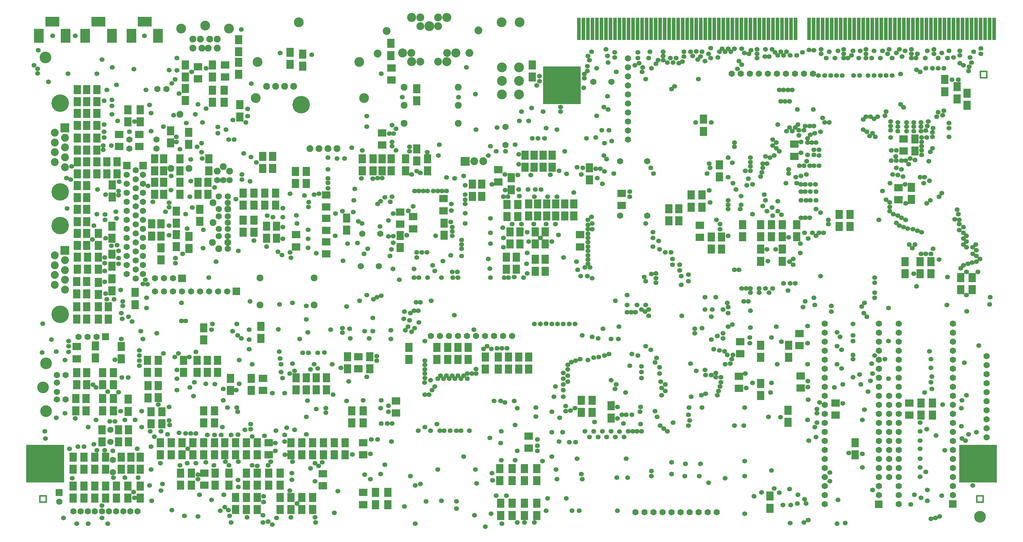
<source format=gbr>
%FSLAX34Y34*%
%MOMM*%
%LNSOLDERMASK_BOTTOM*%
G71*
G01*
%ADD10C,1.766*%
%ADD11C,1.355*%
%ADD12C,2.760*%
%ADD13C,1.939*%
%ADD14C,1.938*%
%ADD15C,1.357*%
%ADD16C,1.356*%
%ADD17C,1.767*%
%ADD18C,2.221*%
%ADD19C,1.939*%
%ADD20C,2.219*%
%ADD21C,2.758*%
%ADD22C,3.298*%
%ADD23C,1.766*%
%ADD24C,2.220*%
%ADD25C,1.354*%
%ADD26C,3.300*%
%ADD27C,4.919*%
%ADD28C,1.940*%
%ADD29C,1.938*%
%ADD30C,1.940*%
%ADD31C,1.940*%
%ADD32C,4.919*%
%ADD33C,2.760*%
%ADD34C,2.543*%
%ADD35C,3.298*%
%ADD36C,3.300*%
%ADD37C,2.759*%
%ADD38C,2.219*%
%ADD39C,2.221*%
%ADD40C,2.760*%
%ADD41C,1.765*%
%ADD42C,2.759*%
%ADD43R,2.105X2.613*%
%ADD44R,2.106X2.613*%
%ADD45R,2.486X2.106*%
%ADD46R,2.106X2.614*%
%ADD47R,2.104X2.614*%
%ADD48R,2.104X2.613*%
%ADD49R,2.108X2.613*%
%ADD50R,2.105X2.614*%
%ADD51R,2.106X2.615*%
%ADD52R,2.487X2.106*%
%ADD53R,2.104X2.615*%
%ADD54C,0.403*%
%ADD55R,2.486X2.104*%
%ADD56R,2.486X2.105*%
%ADD57R,2.105X2.615*%
%ADD58R,2.742X4.012*%
%ADD59R,4.010X2.740*%
%ADD60R,2.740X4.012*%
%ADD61R,2.108X2.614*%
%ADD62R,2.103X2.613*%
%ADD63R,2.487X2.105*%
%ADD64R,2.487X2.104*%
%ADD65R,2.741X4.012*%
%ADD66R,4.012X2.740*%
%ADD67R,2.488X2.106*%
%ADD68R,2.488X2.104*%
%ADD69R,1.090X6.300*%
%LPD*%
X406293Y-631748D02*
G54D10*
D03*
X702999Y-1003149D02*
G54D11*
D03*
X983457Y-1086472D02*
G54D11*
D03*
X1200910Y-1263282D02*
G54D11*
D03*
X432709Y-838535D02*
G54D11*
D03*
X436774Y-917793D02*
G54D11*
D03*
X436774Y-889338D02*
G54D11*
D03*
X270129Y-999084D02*
G54D10*
D03*
X668458Y-131346D02*
G54D12*
D03*
X588180Y-161016D02*
G54D13*
D03*
X563790Y-253234D02*
G54D11*
D03*
X567086Y-161016D02*
G54D14*
D03*
X567086Y-186422D02*
G54D14*
D03*
X500283Y-248149D02*
G54D15*
D03*
X959073Y-1076310D02*
G54D15*
D03*
X908264Y-1076310D02*
G54D16*
D03*
X814778Y-1076310D02*
G54D16*
D03*
X733487Y-1076310D02*
G54D16*
D03*
X522131Y-1092571D02*
G54D11*
D03*
X574966Y-1041762D02*
G54D11*
D03*
X526195Y-1045827D02*
G54D11*
D03*
X483518Y-1045827D02*
G54D11*
D03*
X516034Y-1055991D02*
G54D15*
D03*
X885905Y-1273444D02*
G54D11*
D03*
X798517Y-1320188D02*
G54D15*
D03*
X786329Y-1350669D02*
G54D11*
D03*
X694875Y-1350669D02*
G54D15*
D03*
X444900Y-1417733D02*
G54D15*
D03*
X507902Y-1486832D02*
G54D15*
D03*
X450996Y-1460411D02*
G54D11*
D03*
X477421Y-1431959D02*
G54D16*
D03*
X481480Y-1413675D02*
G54D11*
D03*
X350958Y-1490389D02*
G54D17*
D03*
X206615Y-438423D02*
G54D18*
D03*
X920460Y-1362866D02*
G54D16*
D03*
X930616Y-1352702D02*
G54D16*
D03*
X1015971Y-1330350D02*
G54D16*
D03*
X1095236Y-1385218D02*
G54D16*
D03*
X1050525Y-1387249D02*
G54D11*
D03*
X1066779Y-1399445D02*
G54D15*
D03*
X847292Y-1074278D02*
G54D11*
D03*
X663373Y-871050D02*
G54D17*
D03*
X573953Y-372628D02*
G54D15*
D03*
X792420Y-662229D02*
G54D11*
D03*
X755584Y-833705D02*
G54D19*
D03*
X339224Y-373139D02*
G54D11*
D03*
X1072877Y-554013D02*
G54D11*
D03*
X1358413Y-505236D02*
G54D20*
D03*
X731454Y-286261D02*
G54D11*
D03*
X1436403Y-278638D02*
G54D21*
D03*
X1361466Y-1373029D02*
G54D11*
D03*
X1162297Y-1476672D02*
G54D11*
D03*
X1192781Y-1525447D02*
G54D11*
D03*
X1178558Y-1391315D02*
G54D11*
D03*
X1192781Y-1417733D02*
G54D11*
D03*
X1137915Y-474754D02*
G54D15*
D03*
X1176017Y-476787D02*
G54D15*
D03*
X250995Y-1490389D02*
G54D17*
D03*
X259959Y-1307993D02*
G54D11*
D03*
X243677Y-1307964D02*
G54D16*
D03*
X347858Y-1063611D02*
G54D15*
D03*
X119737Y-234941D02*
G54D16*
D03*
X129900Y-257300D02*
G54D11*
D03*
X129900Y-245105D02*
G54D11*
D03*
X131926Y-192264D02*
G54D11*
D03*
X152252Y-212589D02*
G54D22*
D03*
X420513Y-982823D02*
G54D11*
D03*
X416448Y-1037695D02*
G54D11*
D03*
X365640Y-1005182D02*
G54D11*
D03*
X426611Y-1005182D02*
G54D15*
D03*
X416448Y-1066152D02*
G54D11*
D03*
X416448Y-1051926D02*
G54D11*
D03*
X416448Y-1080375D02*
G54D11*
D03*
X522131Y-1116954D02*
G54D11*
D03*
X522131Y-1149469D02*
G54D11*
D03*
X207125Y-1214506D02*
G54D11*
D03*
X235575Y-1228734D02*
G54D16*
D03*
X294514Y-1232799D02*
G54D16*
D03*
X347355Y-1236863D02*
G54D11*
D03*
X333126Y-1236863D02*
G54D15*
D03*
X363608Y-1208409D02*
G54D15*
D03*
X422547Y-1208409D02*
G54D15*
D03*
X404252Y-1232799D02*
G54D11*
D03*
X375804Y-1232799D02*
G54D16*
D03*
X568875Y-1165729D02*
G54D11*
D03*
X558711Y-1141345D02*
G54D16*
D03*
X570899Y-1127117D02*
G54D11*
D03*
X603420Y-1131181D02*
G54D11*
D03*
X499773Y-1234832D02*
G54D16*
D03*
X628570Y-1131947D02*
G54D11*
D03*
X652197Y-1145410D02*
G54D16*
D03*
X688777Y-1149469D02*
G54D11*
D03*
X696906Y-1131181D02*
G54D11*
D03*
X668452Y-1360833D02*
G54D11*
D03*
X658295Y-1350669D02*
G54D11*
D03*
X625772Y-1360833D02*
G54D11*
D03*
X603420Y-1352702D02*
G54D11*
D03*
X627805Y-1275476D02*
G54D16*
D03*
X607485Y-1275476D02*
G54D11*
D03*
X674549Y-1275476D02*
G54D16*
D03*
X650164Y-1253118D02*
G54D11*
D03*
X646100Y-1275476D02*
G54D11*
D03*
X475389Y-1354736D02*
G54D11*
D03*
X448963Y-1373029D02*
G54D15*
D03*
X501803Y-1247021D02*
G54D11*
D03*
X495706Y-1273444D02*
G54D15*
D03*
X477421Y-1265314D02*
G54D16*
D03*
X458108Y-1280555D02*
G54D11*
D03*
X448963Y-1307993D02*
G54D15*
D03*
X446932Y-1265314D02*
G54D11*
D03*
X422547Y-1253118D02*
G54D15*
D03*
X335159Y-1260484D02*
G54D10*
D03*
X335159Y-1294529D02*
G54D10*
D03*
X341256Y-1320188D02*
G54D15*
D03*
X318898Y-1318155D02*
G54D11*
D03*
X341250Y-1345839D02*
G54D10*
D03*
X341250Y-1379883D02*
G54D10*
D03*
X410352Y-1314091D02*
G54D15*
D03*
X366908Y-1113145D02*
G54D11*
D03*
X384693Y-1113145D02*
G54D16*
D03*
X217281Y-1041762D02*
G54D11*
D03*
X206615Y-1064623D02*
G54D11*
D03*
X208648Y-1107053D02*
G54D17*
D03*
X692842Y-995018D02*
G54D11*
D03*
X619675Y-978757D02*
G54D16*
D03*
X678614Y-982823D02*
G54D15*
D03*
X696906Y-1064114D02*
G54D11*
D03*
X556678Y-1055991D02*
G54D11*
D03*
X406293Y-834973D02*
G54D10*
D03*
X406293Y-809575D02*
G54D10*
D03*
X406293Y-784165D02*
G54D10*
D03*
X426358Y-850477D02*
G54D11*
D03*
X426358Y-796870D02*
G54D10*
D03*
X426358Y-822275D02*
G54D10*
D03*
X637968Y-871050D02*
G54D10*
D03*
X612565Y-871050D02*
G54D17*
D03*
X587160Y-871050D02*
G54D10*
D03*
X561764Y-871050D02*
G54D10*
D03*
X485542Y-834464D02*
G54D10*
D03*
X611552Y-832437D02*
G54D11*
D03*
X320930Y-721423D02*
G54D16*
D03*
X319918Y-669850D02*
G54D11*
D03*
X319918Y-654609D02*
G54D11*
D03*
X538386Y-765369D02*
G54D15*
D03*
X380882Y-771467D02*
G54D10*
D03*
X426358Y-771467D02*
G54D10*
D03*
X406293Y-555535D02*
G54D10*
D03*
X406293Y-530136D02*
G54D10*
D03*
X380882Y-542830D02*
G54D10*
D03*
X351419Y-665792D02*
G54D11*
D03*
X358020Y-1155065D02*
G54D11*
D03*
X357510Y-757237D02*
G54D11*
D03*
X357510Y-777565D02*
G54D11*
D03*
X357510Y-793826D02*
G54D11*
D03*
X363608Y-866986D02*
G54D15*
D03*
X369707Y-911696D02*
G54D11*
D03*
X369707Y-899500D02*
G54D11*
D03*
X367674Y-948276D02*
G54D16*
D03*
X365640Y-932015D02*
G54D11*
D03*
X380882Y-796870D02*
G54D10*
D03*
X380882Y-822275D02*
G54D10*
D03*
X385967Y-942179D02*
G54D11*
D03*
X284350Y-724723D02*
G54D11*
D03*
X297049Y-653597D02*
G54D16*
D03*
X288415Y-686111D02*
G54D11*
D03*
X225411Y-519464D02*
G54D11*
D03*
X206615Y-466119D02*
G54D18*
D03*
X206615Y-521490D02*
G54D18*
D03*
X206615Y-493805D02*
G54D18*
D03*
X426358Y-644445D02*
G54D10*
D03*
X426358Y-669858D02*
G54D10*
D03*
X426358Y-695254D02*
G54D10*
D03*
X426358Y-720665D02*
G54D10*
D03*
X426358Y-746061D02*
G54D10*
D03*
X454552Y-619049D02*
G54D11*
D03*
X500283Y-621584D02*
G54D15*
D03*
X623486Y-621584D02*
G54D19*
D03*
X665406Y-621584D02*
G54D23*
D03*
X314833Y-460526D02*
G54D11*
D03*
X314833Y-472723D02*
G54D11*
D03*
X337191Y-460526D02*
G54D16*
D03*
X178166Y-769690D02*
G54D20*
D03*
X947387Y-565699D02*
G54D15*
D03*
X947387Y-553000D02*
G54D15*
D03*
X947387Y-527596D02*
G54D15*
D03*
X840692Y-596180D02*
G54D11*
D03*
X688267Y-611427D02*
G54D11*
D03*
X881337Y-601266D02*
G54D16*
D03*
X908264Y-598722D02*
G54D16*
D03*
X921982Y-596180D02*
G54D11*
D03*
X1020036Y-614983D02*
G54D15*
D03*
X892769Y-620317D02*
G54D11*
D03*
X1438693Y-692208D02*
G54D11*
D03*
X891500Y-697796D02*
G54D11*
D03*
X1280680Y-550457D02*
G54D15*
D03*
X1303039Y-553000D02*
G54D11*
D03*
X1259850Y-458493D02*
G54D11*
D03*
X1257818Y-488975D02*
G54D16*
D03*
X1087106Y-551979D02*
G54D16*
D03*
X1099295Y-551979D02*
G54D11*
D03*
X1182625Y-541816D02*
G54D11*
D03*
X1196344Y-532674D02*
G54D16*
D03*
X1207009Y-537751D02*
G54D15*
D03*
X1444790Y-541816D02*
G54D16*
D03*
X1383817Y-505236D02*
G54D24*
D03*
X1333011Y-625140D02*
G54D11*
D03*
X1294398Y-625140D02*
G54D11*
D03*
X1601273Y-352811D02*
G54D11*
D03*
X1597208Y-531654D02*
G54D11*
D03*
X1534211Y-291338D02*
G54D15*
D03*
X1519983Y-354852D02*
G54D11*
D03*
X1613469Y-476787D02*
G54D11*
D03*
X1333011Y-598722D02*
G54D11*
D03*
X1404145Y-665792D02*
G54D11*
D03*
X1292366Y-675947D02*
G54D16*
D03*
X2706838Y-212589D02*
G54D15*
D03*
X2710902Y-667817D02*
G54D15*
D03*
X2643834Y-1062087D02*
G54D25*
D03*
X2639770Y-1039729D02*
G54D25*
D03*
X2605226Y-700339D02*
G54D25*
D03*
X2599130Y-738952D02*
G54D25*
D03*
X2582861Y-738952D02*
G54D15*
D03*
X2584906Y-497106D02*
G54D25*
D03*
X2595066Y-821765D02*
G54D25*
D03*
X2586925Y-1470574D02*
G54D15*
D03*
X2597098Y-1444156D02*
G54D25*
D03*
X2546290Y-677981D02*
G54D11*
D03*
X2523932Y-917793D02*
G54D15*
D03*
X2527996Y-645465D02*
G54D15*
D03*
X2656038Y-1509192D02*
G54D15*
D03*
X2651974Y-190231D02*
G54D15*
D03*
X2651974Y-202428D02*
G54D15*
D03*
X2694657Y-436143D02*
G54D11*
D03*
X2743427Y-1163697D02*
G54D25*
D03*
X2658058Y-1276745D02*
G54D25*
D03*
X2668230Y-1505126D02*
G54D15*
D03*
X2674314Y-1446187D02*
G54D25*
D03*
X2682454Y-1318155D02*
G54D15*
D03*
X2517832Y-612952D02*
G54D11*
D03*
X2527996Y-621074D02*
G54D15*
D03*
X2527996Y-633270D02*
G54D15*
D03*
X2479221Y-1429929D02*
G54D11*
D03*
X2572714Y-503204D02*
G54D25*
D03*
X2572714Y-623115D02*
G54D25*
D03*
X2572714Y-669850D02*
G54D25*
D03*
X2623514Y-566208D02*
G54D25*
D03*
X2639770Y-560111D02*
G54D25*
D03*
X2615386Y-1452286D02*
G54D25*
D03*
X2574733Y-395496D02*
G54D15*
D03*
X2517832Y-263398D02*
G54D11*
D03*
X2521899Y-202428D02*
G54D11*
D03*
X2525964Y-190231D02*
G54D11*
D03*
X2534093Y-263398D02*
G54D11*
D03*
X2534093Y-214622D02*
G54D11*
D03*
X2601162Y-214622D02*
G54D25*
D03*
X2605226Y-202428D02*
G54D25*
D03*
X2666186Y-781629D02*
G54D25*
D03*
X2649930Y-751147D02*
G54D25*
D03*
X2643834Y-765369D02*
G54D25*
D03*
X2629622Y-765369D02*
G54D15*
D03*
X2641814Y-614983D02*
G54D15*
D03*
X2631642Y-623115D02*
G54D25*
D03*
X2666186Y-604821D02*
G54D25*
D03*
X2674314Y-594656D02*
G54D25*
D03*
X2702774Y-275586D02*
G54D15*
D03*
X2546290Y-200393D02*
G54D11*
D03*
X2550355Y-395496D02*
G54D11*
D03*
X2550355Y-407684D02*
G54D11*
D03*
X2550355Y-419882D02*
G54D11*
D03*
X2554421Y-190231D02*
G54D11*
D03*
X2501580Y-263398D02*
G54D15*
D03*
X2501580Y-214622D02*
G54D15*
D03*
X2507677Y-194296D02*
G54D11*
D03*
X2588970Y-190231D02*
G54D25*
D03*
X2588970Y-202428D02*
G54D25*
D03*
X2588970Y-214622D02*
G54D25*
D03*
X2460935Y-190231D02*
G54D11*
D03*
X2593034Y-696274D02*
G54D25*
D03*
X2591002Y-749115D02*
G54D25*
D03*
X2595066Y-395496D02*
G54D25*
D03*
X2595066Y-407684D02*
G54D25*
D03*
X2595066Y-419882D02*
G54D25*
D03*
X2442641Y-263398D02*
G54D15*
D03*
X2467033Y-263398D02*
G54D15*
D03*
X2483285Y-263398D02*
G54D11*
D03*
X2517832Y-365007D02*
G54D11*
D03*
X2424346Y-962504D02*
G54D11*
D03*
X2424346Y-995018D02*
G54D11*
D03*
X2424346Y-1011279D02*
G54D11*
D03*
X2424346Y-1049891D02*
G54D11*
D03*
X2424346Y-1062087D02*
G54D11*
D03*
X2424346Y-1112888D02*
G54D11*
D03*
X2566456Y-352971D02*
G54D16*
D03*
X2570673Y-194296D02*
G54D16*
D03*
X2397930Y-190231D02*
G54D11*
D03*
X2397930Y-202428D02*
G54D11*
D03*
X2397930Y-214622D02*
G54D11*
D03*
X2410126Y-214622D02*
G54D11*
D03*
X2420289Y-206492D02*
G54D15*
D03*
X2473130Y-379236D02*
G54D11*
D03*
X2471089Y-434109D02*
G54D11*
D03*
X2483285Y-385333D02*
G54D11*
D03*
X2479221Y-425980D02*
G54D11*
D03*
X2493449Y-379236D02*
G54D15*
D03*
X2487351Y-436143D02*
G54D11*
D03*
X2424346Y-194296D02*
G54D11*
D03*
X2426387Y-263398D02*
G54D11*
D03*
X2497514Y-669850D02*
G54D16*
D03*
X2536127Y-541816D02*
G54D15*
D03*
X2538159Y-653597D02*
G54D11*
D03*
X2345089Y-263398D02*
G54D16*
D03*
X2349154Y-214622D02*
G54D15*
D03*
X2357285Y-196328D02*
G54D16*
D03*
X2361351Y-263398D02*
G54D15*
D03*
X2532061Y-503204D02*
G54D16*
D03*
X2462967Y-942179D02*
G54D16*
D03*
X2485319Y-1051926D02*
G54D16*
D03*
X2477188Y-1074278D02*
G54D15*
D03*
X2467033Y-1153533D02*
G54D15*
D03*
X2473130Y-1123052D02*
G54D11*
D03*
X2479221Y-1102735D02*
G54D11*
D03*
X2485319Y-832437D02*
G54D16*
D03*
X2485319Y-846659D02*
G54D16*
D03*
X2485319Y-875115D02*
G54D16*
D03*
X2485319Y-889338D02*
G54D16*
D03*
X2462967Y-421914D02*
G54D16*
D03*
X2460935Y-379236D02*
G54D11*
D03*
X2286157Y-258319D02*
G54D10*
D03*
X2286159Y-1521381D02*
G54D11*
D03*
X2298345Y-1515283D02*
G54D16*
D03*
X2267864Y-1468539D02*
G54D15*
D03*
X2292248Y-1468539D02*
G54D11*
D03*
X2269897Y-1444156D02*
G54D11*
D03*
X2288191Y-1456351D02*
G54D16*
D03*
X2195206Y-1375564D02*
G54D11*
D03*
X2032118Y-1033631D02*
G54D11*
D03*
X2026024Y-1007214D02*
G54D11*
D03*
X2026024Y-1106791D02*
G54D11*
D03*
X2141864Y-653597D02*
G54D11*
D03*
X2241447Y-304043D02*
G54D16*
D03*
X2237382Y-419882D02*
G54D15*
D03*
X2198770Y-460526D02*
G54D15*
D03*
X2241447Y-869019D02*
G54D16*
D03*
X2245512Y-787729D02*
G54D15*
D03*
X2247545Y-848691D02*
G54D11*
D03*
X2202834Y-488975D02*
G54D15*
D03*
X2208926Y-468657D02*
G54D15*
D03*
X2217055Y-476787D02*
G54D16*
D03*
X2235348Y-566208D02*
G54D11*
D03*
X2212990Y-617016D02*
G54D15*
D03*
X2212990Y-645465D02*
G54D15*
D03*
X2223154Y-655629D02*
G54D11*
D03*
X2284125Y-915763D02*
G54D15*
D03*
X2206893Y-753173D02*
G54D11*
D03*
X2198770Y-657661D02*
G54D15*
D03*
X2196738Y-635304D02*
G54D11*
D03*
X2247545Y-1523414D02*
G54D11*
D03*
X2249570Y-1472606D02*
G54D11*
D03*
X2227220Y-1472606D02*
G54D11*
D03*
X2229251Y-848691D02*
G54D16*
D03*
X2210958Y-1076310D02*
G54D11*
D03*
X2195206Y-1129151D02*
G54D11*
D03*
X2220611Y-1225179D02*
G54D16*
D03*
X2222643Y-1012802D02*
G54D11*
D03*
X2121539Y-1102735D02*
G54D11*
D03*
X2123571Y-1143377D02*
G54D16*
D03*
X2135765Y-925924D02*
G54D16*
D03*
X2135765Y-972666D02*
G54D16*
D03*
X2133733Y-1001117D02*
G54D11*
D03*
X2133733Y-1017370D02*
G54D11*
D03*
X2135765Y-862919D02*
G54D16*
D03*
X2135765Y-875115D02*
G54D16*
D03*
X2160149Y-875115D02*
G54D11*
D03*
X2160149Y-862919D02*
G54D11*
D03*
X2182509Y-753173D02*
G54D16*
D03*
X2178443Y-862919D02*
G54D15*
D03*
X2184542Y-785694D02*
G54D11*
D03*
X2109348Y-602788D02*
G54D15*
D03*
X2109348Y-627173D02*
G54D15*
D03*
X2086989Y-1049891D02*
G54D11*
D03*
X2084956Y-964537D02*
G54D15*
D03*
X2082924Y-1062087D02*
G54D11*
D03*
X2202834Y-1425862D02*
G54D15*
D03*
X2217055Y-1438058D02*
G54D16*
D03*
X2296824Y-1232799D02*
G54D11*
D03*
X2371514Y-1141345D02*
G54D11*
D03*
X2373546Y-214622D02*
G54D15*
D03*
X2320705Y-614983D02*
G54D11*
D03*
X2320705Y-452396D02*
G54D11*
D03*
X2332901Y-421914D02*
G54D11*
D03*
X2286159Y-517431D02*
G54D11*
D03*
X2294288Y-505236D02*
G54D11*
D03*
X2296312Y-486950D02*
G54D11*
D03*
X2302412Y-517431D02*
G54D15*
D03*
X2308510Y-452396D02*
G54D11*
D03*
X2296312Y-452396D02*
G54D11*
D03*
X2338992Y-383300D02*
G54D11*
D03*
X2243481Y-718626D02*
G54D11*
D03*
X2243481Y-539783D02*
G54D11*
D03*
X2245512Y-336556D02*
G54D15*
D03*
X2245512Y-409717D02*
G54D15*
D03*
X2243481Y-527596D02*
G54D11*
D03*
X2278028Y-614983D02*
G54D11*
D03*
X2292248Y-614983D02*
G54D11*
D03*
X2304444Y-614983D02*
G54D11*
D03*
X2318672Y-570272D02*
G54D15*
D03*
X2320705Y-590592D02*
G54D11*
D03*
X2328836Y-517431D02*
G54D11*
D03*
X2328836Y-472723D02*
G54D11*
D03*
X2328836Y-488975D02*
G54D11*
D03*
X2310542Y-706437D02*
G54D16*
D03*
X2332901Y-828371D02*
G54D11*
D03*
X2332901Y-649531D02*
G54D11*
D03*
X2320705Y-639368D02*
G54D11*
D03*
X2275993Y-763337D02*
G54D16*
D03*
X2275993Y-736920D02*
G54D16*
D03*
X2298345Y-722690D02*
G54D16*
D03*
X2288191Y-706437D02*
G54D16*
D03*
X2135765Y-531654D02*
G54D16*
D03*
X1885796Y-1143377D02*
G54D11*
D03*
X1723214Y-352811D02*
G54D11*
D03*
X1645982Y-787729D02*
G54D16*
D03*
X1643950Y-1066152D02*
G54D11*
D03*
X1643950Y-1295796D02*
G54D11*
D03*
X1723214Y-488975D02*
G54D11*
D03*
X1719151Y-568240D02*
G54D11*
D03*
X1658179Y-828371D02*
G54D16*
D03*
X1670374Y-803981D02*
G54D16*
D03*
X1914245Y-1352702D02*
G54D16*
D03*
X1914245Y-1385218D02*
G54D16*
D03*
X1913744Y-1492931D02*
G54D10*
D03*
X1888332Y-1492931D02*
G54D10*
D03*
X1997570Y-1163697D02*
G54D11*
D03*
X1999602Y-1198253D02*
G54D15*
D03*
X2009766Y-1159632D02*
G54D11*
D03*
X2009766Y-1106791D02*
G54D11*
D03*
X1983347Y-1094602D02*
G54D11*
D03*
X1960988Y-824307D02*
G54D16*
D03*
X1960988Y-842594D02*
G54D16*
D03*
X1969121Y-1167762D02*
G54D16*
D03*
X2019927Y-586527D02*
G54D16*
D03*
X2021960Y-621074D02*
G54D11*
D03*
X2007731Y-887312D02*
G54D16*
D03*
X2007731Y-921857D02*
G54D16*
D03*
X1979282Y-976733D02*
G54D11*
D03*
X1979282Y-988920D02*
G54D11*
D03*
X1999602Y-974693D02*
G54D15*
D03*
X2007731Y-1092571D02*
G54D16*
D03*
X1873600Y-1224669D02*
G54D11*
D03*
X1867503Y-1208409D02*
G54D16*
D03*
X1960988Y-1218570D02*
G54D16*
D03*
X1963022Y-1198253D02*
G54D11*
D03*
X1774016Y-1218570D02*
G54D16*
D03*
X1778081Y-1242957D02*
G54D15*
D03*
X1719151Y-1265314D02*
G54D11*
D03*
X1696791Y-1238890D02*
G54D15*
D03*
X1694760Y-1265314D02*
G54D11*
D03*
X1656147Y-1062087D02*
G54D11*
D03*
X1662244Y-995018D02*
G54D15*
D03*
X1591109Y-604821D02*
G54D15*
D03*
X1595173Y-712536D02*
G54D15*
D03*
X1587051Y-682047D02*
G54D11*
D03*
X1618042Y-540294D02*
G54D11*
D03*
X1609913Y-776042D02*
G54D11*
D03*
X1593142Y-962504D02*
G54D11*
D03*
X1609403Y-962504D02*
G54D11*
D03*
X1678499Y-732853D02*
G54D11*
D03*
X1755729Y-1281575D02*
G54D15*
D03*
X1743534Y-1265314D02*
G54D15*
D03*
X1737437Y-1047860D02*
G54D11*
D03*
X1743534Y-1005182D02*
G54D15*
D03*
X1743534Y-1121020D02*
G54D15*
D03*
X1818727Y-198361D02*
G54D11*
D03*
X1818727Y-214622D02*
G54D11*
D03*
X1875632Y-220712D02*
G54D15*
D03*
X1879697Y-753173D02*
G54D16*
D03*
X1877665Y-728789D02*
G54D11*
D03*
X1810598Y-234941D02*
G54D11*
D03*
X1790781Y-392954D02*
G54D10*
D03*
X1816191Y-909663D02*
G54D11*
D03*
X1818727Y-1051926D02*
G54D11*
D03*
X1812630Y-929989D02*
G54D15*
D03*
X2023994Y-186167D02*
G54D15*
D03*
X2023994Y-214622D02*
G54D15*
D03*
X1983167Y-196149D02*
G54D11*
D03*
X1987414Y-218686D02*
G54D11*
D03*
X1989438Y-273554D02*
G54D11*
D03*
X1995537Y-210557D02*
G54D16*
D03*
X1830922Y-253234D02*
G54D11*
D03*
X1832954Y-241038D02*
G54D16*
D03*
X1841087Y-273554D02*
G54D16*
D03*
X1822793Y-228844D02*
G54D11*
D03*
X1889861Y-196328D02*
G54D11*
D03*
X1755729Y-897467D02*
G54D15*
D03*
X1788246Y-881214D02*
G54D11*
D03*
X1788246Y-909663D02*
G54D11*
D03*
X1788246Y-929989D02*
G54D11*
D03*
X2044312Y-212589D02*
G54D11*
D03*
X2048376Y-196328D02*
G54D11*
D03*
X2056508Y-188199D02*
G54D11*
D03*
X2064637Y-196328D02*
G54D11*
D03*
X2072768Y-188199D02*
G54D11*
D03*
X2080892Y-196328D02*
G54D15*
D03*
X1767160Y-1266078D02*
G54D11*
D03*
X1765894Y-970636D02*
G54D11*
D03*
X1744547Y-281430D02*
G54D10*
D03*
X1757762Y-253234D02*
G54D11*
D03*
X1753698Y-198361D02*
G54D11*
D03*
X1753698Y-212589D02*
G54D11*
D03*
X1769447Y-505235D02*
G54D10*
D03*
X1745567Y-448332D02*
G54D11*
D03*
X1769447Y-657662D02*
G54D10*
D03*
X1751664Y-539783D02*
G54D16*
D03*
X1688660Y-661726D02*
G54D15*
D03*
X1684596Y-803981D02*
G54D15*
D03*
X1690694Y-834471D02*
G54D11*
D03*
X1694760Y-1058023D02*
G54D11*
D03*
X1690694Y-999085D02*
G54D11*
D03*
X1721176Y-976733D02*
G54D11*
D03*
X1725241Y-1051926D02*
G54D11*
D03*
X1828889Y-921857D02*
G54D15*
D03*
X1837022Y-830405D02*
G54D15*
D03*
X1841087Y-842594D02*
G54D16*
D03*
X1841087Y-909663D02*
G54D16*
D03*
X1839053Y-927957D02*
G54D11*
D03*
X1828889Y-1114923D02*
G54D15*
D03*
X1828889Y-1082407D02*
G54D15*
D03*
X1828889Y-1098668D02*
G54D15*
D03*
X2111381Y-232909D02*
G54D11*
D03*
X2072768Y-614983D02*
G54D11*
D03*
X2072768Y-627173D02*
G54D11*
D03*
X2072768Y-639368D02*
G54D11*
D03*
X2026024Y-942179D02*
G54D11*
D03*
X2028051Y-921857D02*
G54D11*
D03*
X2038213Y-887312D02*
G54D15*
D03*
X2095120Y-584495D02*
G54D11*
D03*
X1902049Y-1265314D02*
G54D16*
D03*
X1891893Y-1257184D02*
G54D16*
D03*
X1881732Y-1249054D02*
G54D11*
D03*
X1965054Y-1234832D02*
G54D15*
D03*
X1960988Y-1249054D02*
G54D16*
D03*
X1918312Y-1240930D02*
G54D15*
D03*
X1589078Y-1373029D02*
G54D11*
D03*
X1633795Y-1488867D02*
G54D11*
D03*
X1582985Y-1167762D02*
G54D11*
D03*
X1609403Y-1149469D02*
G54D11*
D03*
X1609403Y-1167762D02*
G54D11*
D03*
X1587051Y-1139313D02*
G54D11*
D03*
X1599240Y-1226702D02*
G54D16*
D03*
X1615501Y-1208409D02*
G54D15*
D03*
X1615501Y-1194186D02*
G54D15*
D03*
X1607371Y-1267347D02*
G54D16*
D03*
X1511851Y-730821D02*
G54D11*
D03*
X1235460Y-1263282D02*
G54D11*
D03*
X1219205Y-1253118D02*
G54D15*
D03*
X1219205Y-1011279D02*
G54D15*
D03*
X1084563Y-1053447D02*
G54D11*
D03*
X1219205Y-1161665D02*
G54D15*
D03*
X1231393Y-1161665D02*
G54D11*
D03*
X1239525Y-1149469D02*
G54D11*
D03*
X1247654Y-1139313D02*
G54D11*
D03*
X999283Y-1179373D02*
G54D15*
D03*
X1005817Y-1124574D02*
G54D15*
D03*
X1056616Y-1111876D02*
G54D11*
D03*
X1084563Y-1066152D02*
G54D11*
D03*
X1123687Y-980791D02*
G54D11*
D03*
X1123687Y-1005182D02*
G54D11*
D03*
X1072877Y-982823D02*
G54D11*
D03*
X1062714Y-1003149D02*
G54D16*
D03*
X1050525Y-982823D02*
G54D11*
D03*
X814778Y-1098668D02*
G54D16*
D03*
X818845Y-1114923D02*
G54D15*
D03*
X914106Y-1202312D02*
G54D16*
D03*
X940779Y-1200277D02*
G54D11*
D03*
X1095236Y-1200277D02*
G54D16*
D03*
X692842Y-1210441D02*
G54D11*
D03*
X910296Y-1405542D02*
G54D11*
D03*
X910296Y-1507153D02*
G54D11*
D03*
X912330Y-1521381D02*
G54D15*
D03*
X940779Y-1212473D02*
G54D11*
D03*
X1117588Y-1210441D02*
G54D16*
D03*
X798517Y-1297828D02*
G54D15*
D03*
X768036Y-1277511D02*
G54D16*
D03*
X733487Y-1279543D02*
G54D16*
D03*
X694111Y-1274202D02*
G54D11*
D03*
X800549Y-1263282D02*
G54D11*
D03*
X729422Y-1244987D02*
G54D15*
D03*
X729422Y-1259215D02*
G54D15*
D03*
X713161Y-1261250D02*
G54D16*
D03*
X644068Y-1488867D02*
G54D15*
D03*
X654229Y-1444156D02*
G54D11*
D03*
X656256Y-1478703D02*
G54D11*
D03*
X666418Y-1486832D02*
G54D16*
D03*
X670484Y-1503087D02*
G54D15*
D03*
X674549Y-1521381D02*
G54D16*
D03*
X543468Y-1503087D02*
G54D15*
D03*
X581573Y-1504618D02*
G54D15*
D03*
X766002Y-1448222D02*
G54D11*
D03*
X766002Y-1464475D02*
G54D11*
D03*
X719258Y-1507153D02*
G54D11*
D03*
X763970Y-1521381D02*
G54D15*
D03*
X763970Y-1501062D02*
G54D15*
D03*
X778197Y-1519349D02*
G54D11*
D03*
X790393Y-1527478D02*
G54D11*
D03*
X802583Y-1509192D02*
G54D16*
D03*
X839162Y-1431959D02*
G54D11*
D03*
X843228Y-1507153D02*
G54D11*
D03*
X845261Y-1383185D02*
G54D15*
D03*
X845261Y-1401478D02*
G54D15*
D03*
X693854Y-1402491D02*
G54D15*
D03*
X694875Y-1421797D02*
G54D15*
D03*
X778197Y-1360833D02*
G54D11*
D03*
X747716Y-1362866D02*
G54D11*
D03*
X733487Y-1360833D02*
G54D16*
D03*
X621708Y-962504D02*
G54D11*
D03*
X396123Y-956405D02*
G54D11*
D03*
X690811Y-962504D02*
G54D15*
D03*
X518066Y-777565D02*
G54D11*
D03*
X518066Y-791793D02*
G54D11*
D03*
X510956Y-834464D02*
G54D10*
D03*
X918427Y-1043795D02*
G54D11*
D03*
X892002Y-1043795D02*
G54D15*
D03*
X875749Y-1043795D02*
G54D11*
D03*
X937224Y-1043283D02*
G54D11*
D03*
X889461Y-1178437D02*
G54D11*
D03*
X961105Y-1161665D02*
G54D11*
D03*
X1263915Y-1108829D02*
G54D11*
D03*
X1338093Y-997052D02*
G54D10*
D03*
X1394973Y-1025909D02*
G54D15*
D03*
X1450887Y-1031598D02*
G54D11*
D03*
X1436658Y-1031598D02*
G54D16*
D03*
X1422431Y-1031598D02*
G54D11*
D03*
X1407141Y-1033535D02*
G54D16*
D03*
X1414301Y-997052D02*
G54D10*
D03*
X1439711Y-997052D02*
G54D10*
D03*
X1357401Y-978757D02*
G54D11*
D03*
X1363492Y-997052D02*
G54D10*
D03*
X1384706Y-1033535D02*
G54D15*
D03*
X1388902Y-997052D02*
G54D10*
D03*
X1287287Y-997052D02*
G54D10*
D03*
X1302527Y-938112D02*
G54D11*
D03*
X1310659Y-816176D02*
G54D11*
D03*
X1402112Y-807034D02*
G54D16*
D03*
X1398047Y-779596D02*
G54D16*
D03*
X1560882Y-962249D02*
G54D11*
D03*
X1576888Y-962504D02*
G54D16*
D03*
X1471206Y-830405D02*
G54D16*
D03*
X1497631Y-832437D02*
G54D11*
D03*
X1483402Y-584495D02*
G54D16*
D03*
X1485435Y-602788D02*
G54D11*
D03*
X1491532Y-682047D02*
G54D16*
D03*
X1465109Y-997052D02*
G54D10*
D03*
X1188716Y-832437D02*
G54D11*
D03*
X1202942Y-832437D02*
G54D16*
D03*
X1227334Y-832437D02*
G54D16*
D03*
X1265948Y-832437D02*
G54D15*
D03*
X1298463Y-832437D02*
G54D11*
D03*
X1312690Y-832437D02*
G54D15*
D03*
X1042395Y-680013D02*
G54D11*
D03*
X859488Y-680013D02*
G54D11*
D03*
X1226672Y-479481D02*
G54D15*
D03*
X1517948Y-543850D02*
G54D16*
D03*
X1528113Y-604821D02*
G54D11*
D03*
X1530145Y-584495D02*
G54D16*
D03*
X1591109Y-415816D02*
G54D15*
D03*
X1601273Y-365007D02*
G54D11*
D03*
X1731340Y-499139D02*
G54D15*
D03*
X1735404Y-358908D02*
G54D15*
D03*
X1729128Y-190231D02*
G54D11*
D03*
X1733371Y-208523D02*
G54D11*
D03*
X1735404Y-226811D02*
G54D15*
D03*
X1733371Y-322330D02*
G54D11*
D03*
X1725241Y-454428D02*
G54D11*
D03*
X1700855Y-438174D02*
G54D15*
D03*
X1717109Y-417848D02*
G54D11*
D03*
X1702889Y-377203D02*
G54D11*
D03*
X1676472Y-251202D02*
G54D11*
D03*
X1676472Y-236973D02*
G54D11*
D03*
X1678326Y-208523D02*
G54D16*
D03*
X1682564Y-220712D02*
G54D11*
D03*
X1700855Y-525563D02*
G54D15*
D03*
X1704921Y-551979D02*
G54D16*
D03*
X1713053Y-525563D02*
G54D16*
D03*
X1725241Y-533693D02*
G54D11*
D03*
X1857340Y-243072D02*
G54D11*
D03*
X1855313Y-523528D02*
G54D11*
D03*
X1869536Y-230875D02*
G54D11*
D03*
X1889861Y-208523D02*
G54D11*
D03*
X1889861Y-220712D02*
G54D11*
D03*
X1902049Y-226811D02*
G54D16*
D03*
X1849209Y-921857D02*
G54D11*
D03*
X1849209Y-940145D02*
G54D11*
D03*
X1841087Y-680013D02*
G54D16*
D03*
X1841087Y-1025501D02*
G54D16*
D03*
X1802473Y-1047860D02*
G54D15*
D03*
X1800441Y-929989D02*
G54D11*
D03*
X1796375Y-1080375D02*
G54D11*
D03*
X1912213Y-761304D02*
G54D11*
D03*
X1895952Y-761304D02*
G54D11*
D03*
X1895952Y-1133216D02*
G54D11*
D03*
X1916279Y-779596D02*
G54D11*
D03*
X1916279Y-795851D02*
G54D11*
D03*
X1867503Y-1071231D02*
G54D16*
D03*
X1879697Y-1084439D02*
G54D16*
D03*
X1879697Y-1102735D02*
G54D16*
D03*
X1883763Y-1125084D02*
G54D15*
D03*
X1871568Y-1058525D02*
G54D15*
D03*
X1855313Y-1035663D02*
G54D11*
D03*
X1845654Y-505235D02*
G54D10*
D03*
X1845654Y-657662D02*
G54D10*
D03*
X1849209Y-214622D02*
G54D11*
D03*
X1853274Y-196328D02*
G54D11*
D03*
X2212990Y-401596D02*
G54D15*
D03*
X2261767Y-409717D02*
G54D11*
D03*
X2269897Y-401596D02*
G54D11*
D03*
X2267864Y-358908D02*
G54D15*
D03*
X2271928Y-432077D02*
G54D15*
D03*
X2271928Y-417848D02*
G54D15*
D03*
X2273961Y-517431D02*
G54D11*
D03*
X2314608Y-192264D02*
G54D15*
D03*
X2253636Y-419882D02*
G54D11*
D03*
X2253636Y-304043D02*
G54D11*
D03*
X2260746Y-258319D02*
G54D10*
D03*
X2625546Y-549948D02*
G54D25*
D03*
X2637750Y-505236D02*
G54D15*
D03*
X2647898Y-436143D02*
G54D25*
D03*
X2631642Y-438174D02*
G54D25*
D03*
X2647898Y-423946D02*
G54D25*
D03*
X2641814Y-478820D02*
G54D15*
D03*
X2647898Y-468657D02*
G54D25*
D03*
X2627578Y-214622D02*
G54D25*
D03*
X2629622Y-243072D02*
G54D15*
D03*
X2633686Y-194296D02*
G54D15*
D03*
X2647898Y-243072D02*
G54D25*
D03*
X2690582Y-214622D02*
G54D15*
D03*
X2694657Y-194296D02*
G54D11*
D03*
X2694657Y-411749D02*
G54D11*
D03*
X2694657Y-397530D02*
G54D11*
D03*
X2664166Y-243072D02*
G54D15*
D03*
X2664166Y-214622D02*
G54D15*
D03*
X2674314Y-200393D02*
G54D25*
D03*
X2680422Y-243072D02*
G54D15*
D03*
X2723094Y-698306D02*
G54D15*
D03*
X2723094Y-682047D02*
G54D15*
D03*
X2723094Y-669850D02*
G54D15*
D03*
X2721075Y-653597D02*
G54D25*
D03*
X2716998Y-641399D02*
G54D15*
D03*
X2721075Y-275586D02*
G54D25*
D03*
X2763747Y-196328D02*
G54D25*
D03*
X2784054Y-187185D02*
G54D15*
D03*
X2784054Y-202428D02*
G54D15*
D03*
X2735286Y-234941D02*
G54D15*
D03*
X2749510Y-251202D02*
G54D15*
D03*
X2751555Y-239008D02*
G54D25*
D03*
X2753574Y-212589D02*
G54D15*
D03*
X2757638Y-226811D02*
G54D15*
D03*
X2761702Y-765369D02*
G54D15*
D03*
X2735286Y-797890D02*
G54D15*
D03*
X2743427Y-816176D02*
G54D25*
D03*
X2747491Y-793826D02*
G54D25*
D03*
X2759683Y-789760D02*
G54D25*
D03*
X2761702Y-747083D02*
G54D15*
D03*
X2743427Y-747083D02*
G54D25*
D03*
X2705327Y-961993D02*
G54D10*
D03*
X2705327Y-987398D02*
G54D10*
D03*
X2705327Y-1012802D02*
G54D10*
D03*
X2737329Y-1072243D02*
G54D11*
D03*
X2743427Y-881214D02*
G54D25*
D03*
X2744443Y-926939D02*
G54D25*
D03*
X2771875Y-771467D02*
G54D25*
D03*
X2771875Y-755213D02*
G54D25*
D03*
X2769843Y-738952D02*
G54D25*
D03*
X2771875Y-787729D02*
G54D25*
D03*
X2725139Y-194296D02*
G54D25*
D03*
X2725139Y-206492D02*
G54D25*
D03*
X2725139Y-228844D02*
G54D25*
D03*
X2357285Y-395496D02*
G54D16*
D03*
X2345089Y-395496D02*
G54D16*
D03*
X2290224Y-899500D02*
G54D11*
D03*
X2261767Y-848691D02*
G54D11*
D03*
X2166757Y-1437038D02*
G54D16*
D03*
X1786213Y-1342540D02*
G54D16*
D03*
X1779859Y-1281575D02*
G54D15*
D03*
X1786213Y-1218570D02*
G54D16*
D03*
X1784179Y-1155568D02*
G54D11*
D03*
X2058540Y-921857D02*
G54D15*
D03*
X2070728Y-903566D02*
G54D11*
D03*
X2072768Y-714560D02*
G54D11*
D03*
X2072768Y-915763D02*
G54D11*
D03*
X2072768Y-932015D02*
G54D11*
D03*
X2121539Y-531654D02*
G54D11*
D03*
X2125603Y-572306D02*
G54D11*
D03*
X2107316Y-639368D02*
G54D11*
D03*
X2170313Y-631238D02*
G54D16*
D03*
X2178443Y-614983D02*
G54D15*
D03*
X2182509Y-645465D02*
G54D16*
D03*
X2188606Y-210557D02*
G54D11*
D03*
X2141864Y-570272D02*
G54D11*
D03*
X2164216Y-547914D02*
G54D11*
D03*
X2168281Y-535718D02*
G54D11*
D03*
X2174379Y-598722D02*
G54D15*
D03*
X2217055Y-304043D02*
G54D16*
D03*
X2229251Y-304043D02*
G54D16*
D03*
X2233318Y-336556D02*
G54D15*
D03*
X2221122Y-336556D02*
G54D15*
D03*
X2159137Y-258319D02*
G54D17*
D03*
X2184542Y-258319D02*
G54D10*
D03*
X2099187Y-245105D02*
G54D11*
D03*
X2133734Y-258319D02*
G54D10*
D03*
X2108336Y-258319D02*
G54D10*
D03*
X2221122Y-196328D02*
G54D15*
D03*
X2265831Y-206492D02*
G54D11*
D03*
X2282092Y-198361D02*
G54D11*
D03*
X2300710Y-191931D02*
G54D11*
D03*
X2196738Y-190231D02*
G54D11*
D03*
X2204868Y-198361D02*
G54D11*
D03*
X2209946Y-258319D02*
G54D17*
D03*
X2212990Y-206492D02*
G54D15*
D03*
X1674433Y-440207D02*
G54D11*
D03*
X1660212Y-541816D02*
G54D11*
D03*
X1664276Y-523528D02*
G54D11*
D03*
X1682564Y-1281575D02*
G54D11*
D03*
X1365532Y-1411641D02*
G54D11*
D03*
X1434626Y-1346604D02*
G54D11*
D03*
X1434626Y-1265314D02*
G54D11*
D03*
X1432594Y-1297828D02*
G54D16*
D03*
X1402112Y-1283607D02*
G54D16*
D03*
X1328944Y-1336443D02*
G54D11*
D03*
X1345207Y-1263282D02*
G54D11*
D03*
X1320815Y-1263282D02*
G54D11*
D03*
X1308624Y-1263282D02*
G54D16*
D03*
X1265948Y-1460411D02*
G54D15*
D03*
X1532179Y-1223649D02*
G54D11*
D03*
X1532179Y-1198253D02*
G54D11*
D03*
X1536243Y-1287673D02*
G54D11*
D03*
X1536243Y-1305959D02*
G54D11*
D03*
X1536243Y-1320188D02*
G54D11*
D03*
X842593Y-776930D02*
G54D11*
D03*
X817823Y-768925D02*
G54D16*
D03*
X1048493Y-765369D02*
G54D16*
D03*
X2154058Y-189720D02*
G54D11*
D03*
X2154058Y-202428D02*
G54D11*
D03*
X2154058Y-214622D02*
G54D11*
D03*
X2176410Y-210557D02*
G54D11*
D03*
X2178443Y-190231D02*
G54D15*
D03*
X2326802Y-263398D02*
G54D15*
D03*
X2334422Y-189720D02*
G54D15*
D03*
X2334933Y-202428D02*
G54D16*
D03*
X2377610Y-263398D02*
G54D15*
D03*
X2381669Y-194296D02*
G54D11*
D03*
X2393865Y-263398D02*
G54D11*
D03*
X2304444Y-430044D02*
G54D11*
D03*
X2296312Y-440207D02*
G54D11*
D03*
X2286159Y-417848D02*
G54D11*
D03*
X2302412Y-405652D02*
G54D15*
D03*
X2290224Y-405652D02*
G54D11*
D03*
X2188606Y-875115D02*
G54D11*
D03*
X2192671Y-1155568D02*
G54D11*
D03*
X892002Y-633270D02*
G54D15*
D03*
X500283Y-634289D02*
G54D15*
D03*
X1130295Y-652067D02*
G54D15*
D03*
X1333011Y-651562D02*
G54D11*
D03*
X1130295Y-715579D02*
G54D15*
D03*
X1130295Y-734631D02*
G54D15*
D03*
X1125718Y-753173D02*
G54D15*
D03*
X1117588Y-716594D02*
G54D16*
D03*
X1196845Y-761304D02*
G54D11*
D03*
X1168396Y-713038D02*
G54D16*
D03*
X2729203Y-1200277D02*
G54D25*
D03*
X2731222Y-1177925D02*
G54D15*
D03*
X2731222Y-1285634D02*
G54D15*
D03*
X2729203Y-1251086D02*
G54D25*
D03*
X2015354Y-1492931D02*
G54D17*
D03*
X1989947Y-1492931D02*
G54D10*
D03*
X2314608Y-889338D02*
G54D15*
D03*
X2316640Y-909663D02*
G54D11*
D03*
X1207009Y-1413675D02*
G54D15*
D03*
X2749510Y-1273444D02*
G54D15*
D03*
X2741382Y-1291731D02*
G54D15*
D03*
X152252Y-1285634D02*
G54D11*
D03*
X150219Y-1265314D02*
G54D16*
D03*
X2448739Y-913728D02*
G54D11*
D03*
X2446705Y-1133216D02*
G54D15*
D03*
X2119512Y-1496997D02*
G54D11*
D03*
X2145929Y-1448222D02*
G54D11*
D03*
X2119512Y-1348638D02*
G54D11*
D03*
X2119512Y-1391315D02*
G54D11*
D03*
X2771875Y-1267347D02*
G54D25*
D03*
X1597208Y-1293763D02*
G54D11*
D03*
X1591109Y-1399445D02*
G54D15*
D03*
X182734Y-1226702D02*
G54D11*
D03*
X1670374Y-1265314D02*
G54D16*
D03*
X2781527Y-1505382D02*
G54D26*
D03*
X1631755Y-1070212D02*
G54D11*
D03*
X1625665Y-962504D02*
G54D11*
D03*
X1629729Y-1206376D02*
G54D11*
D03*
X288415Y-1301895D02*
G54D11*
D03*
X2412158Y-1326286D02*
G54D15*
D03*
X2391833Y-1035663D02*
G54D16*
D03*
X2387767Y-999085D02*
G54D15*
D03*
X2379643Y-1076310D02*
G54D11*
D03*
X2379643Y-1025501D02*
G54D11*
D03*
X2379643Y-986889D02*
G54D11*
D03*
X2391833Y-1088504D02*
G54D16*
D03*
X1414301Y-1179960D02*
G54D11*
D03*
X1432594Y-1179960D02*
G54D16*
D03*
X1444790Y-1184025D02*
G54D16*
D03*
X183753Y-1107053D02*
G54D10*
D03*
X183753Y-1128138D02*
G54D10*
D03*
X183753Y-1154045D02*
G54D10*
D03*
X183753Y-1175128D02*
G54D10*
D03*
X2800323Y-1231269D02*
G54D10*
D03*
X2800323Y-1256681D02*
G54D10*
D03*
X2800323Y-1282079D02*
G54D10*
D03*
X2800323Y-1053447D02*
G54D10*
D03*
X2800323Y-1078851D02*
G54D10*
D03*
X2800323Y-1104256D02*
G54D10*
D03*
X2800323Y-1129654D02*
G54D10*
D03*
X2800323Y-1155065D02*
G54D10*
D03*
X2800323Y-1180462D02*
G54D10*
D03*
X2800323Y-1205873D02*
G54D10*
D03*
X168512Y-1007214D02*
G54D11*
D03*
X1009873Y-1003149D02*
G54D11*
D03*
X1007848Y-976733D02*
G54D11*
D03*
X988033Y-974693D02*
G54D11*
D03*
X988033Y-987398D02*
G54D11*
D03*
X182734Y-1040742D02*
G54D11*
D03*
X193400Y-936080D02*
G54D27*
D03*
X810712Y-907630D02*
G54D15*
D03*
X847292Y-903566D02*
G54D11*
D03*
X999717Y-913728D02*
G54D11*
D03*
X178166Y-797376D02*
G54D20*
D03*
X178166Y-824810D02*
G54D20*
D03*
X178166Y-852512D02*
G54D20*
D03*
X908009Y-909919D02*
G54D19*
D03*
X908009Y-833705D02*
G54D19*
D03*
X206615Y-783408D02*
G54D18*
D03*
X989555Y-784675D02*
G54D16*
D03*
X1039350Y-799917D02*
G54D10*
D03*
X1129784Y-808046D02*
G54D16*
D03*
X1090159Y-799917D02*
G54D10*
D03*
X840692Y-761304D02*
G54D11*
D03*
X806647Y-759272D02*
G54D16*
D03*
X820366Y-723201D02*
G54D11*
D03*
X774133Y-745049D02*
G54D11*
D03*
X694875Y-757237D02*
G54D15*
D03*
X595291Y-749115D02*
G54D11*
D03*
X640000Y-750890D02*
G54D14*
D03*
X665406Y-750886D02*
G54D23*
D03*
X665407Y-733364D02*
G54D28*
D03*
X621455Y-733364D02*
G54D29*
D03*
X739075Y-728278D02*
G54D11*
D03*
X640002Y-715828D02*
G54D17*
D03*
X665406Y-715828D02*
G54D23*
D03*
X500283Y-713038D02*
G54D15*
D03*
X1043415Y-708469D02*
G54D10*
D03*
X1094216Y-708469D02*
G54D17*
D03*
X596813Y-697796D02*
G54D15*
D03*
X550580Y-694242D02*
G54D15*
D03*
X623486Y-677471D02*
G54D19*
D03*
X499773Y-686111D02*
G54D16*
D03*
X193400Y-686111D02*
G54D27*
D03*
X490118Y-646989D02*
G54D11*
D03*
X665407Y-639113D02*
G54D28*
D03*
X640002Y-639114D02*
G54D17*
D03*
X820366Y-636826D02*
G54D11*
D03*
X564808Y-635304D02*
G54D11*
D03*
X987521Y-645465D02*
G54D11*
D03*
X1107426Y-606344D02*
G54D11*
D03*
X1127751Y-604821D02*
G54D11*
D03*
X1190756Y-588560D02*
G54D11*
D03*
X1202942Y-588560D02*
G54D16*
D03*
X1215140Y-588560D02*
G54D16*
D03*
X1227334Y-588560D02*
G54D16*
D03*
X1243589Y-588560D02*
G54D11*
D03*
X1255785Y-588560D02*
G54D11*
D03*
X1267979Y-588560D02*
G54D11*
D03*
X1280175Y-588560D02*
G54D11*
D03*
X505361Y-586017D02*
G54D11*
D03*
X558711Y-604821D02*
G54D16*
D03*
X627805Y-578396D02*
G54D16*
D03*
X665406Y-604056D02*
G54D23*
D03*
X640002Y-604056D02*
G54D17*
D03*
X635170Y-532928D02*
G54D13*
D03*
X670230Y-532928D02*
G54D13*
D03*
X193400Y-591102D02*
G54D27*
D03*
X178166Y-507524D02*
G54D20*
D03*
X505870Y-545880D02*
G54D11*
D03*
X505358Y-525054D02*
G54D13*
D03*
X357510Y-600756D02*
G54D11*
D03*
X358020Y-588560D02*
G54D11*
D03*
X359543Y-562143D02*
G54D16*
D03*
X1678499Y-720658D02*
G54D11*
D03*
X1678499Y-708469D02*
G54D11*
D03*
X1678499Y-696274D02*
G54D11*
D03*
X1678499Y-684078D02*
G54D11*
D03*
X1678499Y-669850D02*
G54D11*
D03*
X561252Y-499648D02*
G54D11*
D03*
X556170Y-525054D02*
G54D30*
D03*
X652700Y-519974D02*
G54D31*
D03*
X2129668Y-899500D02*
G54D11*
D03*
X2578797Y-694242D02*
G54D15*
D03*
X2574733Y-419882D02*
G54D15*
D03*
X2574733Y-407684D02*
G54D15*
D03*
X2580842Y-513367D02*
G54D25*
D03*
X426358Y-568241D02*
G54D10*
D03*
X426358Y-593636D02*
G54D10*
D03*
X426358Y-619050D02*
G54D10*
D03*
X426358Y-542830D02*
G54D10*
D03*
X972791Y-497106D02*
G54D11*
D03*
X993619Y-497106D02*
G54D16*
D03*
X972789Y-469420D02*
G54D13*
D03*
X1473239Y-458493D02*
G54D11*
D03*
X1481370Y-543850D02*
G54D11*
D03*
X579030Y-464081D02*
G54D11*
D03*
X591736Y-479330D02*
G54D11*
D03*
X709860Y-483133D02*
G54D11*
D03*
X591736Y-453920D02*
G54D11*
D03*
X683189Y-443763D02*
G54D16*
D03*
X667942Y-443763D02*
G54D11*
D03*
X637460Y-425980D02*
G54D11*
D03*
X530255Y-470689D02*
G54D15*
D03*
X464714Y-469158D02*
G54D17*
D03*
X520098Y-450364D02*
G54D15*
D03*
X464714Y-443763D02*
G54D17*
D03*
X1176017Y-464081D02*
G54D15*
D03*
X1127751Y-450364D02*
G54D11*
D03*
X1127374Y-462180D02*
G54D15*
D03*
X1131816Y-426992D02*
G54D11*
D03*
X1119620Y-426992D02*
G54D11*
D03*
X1556563Y-440207D02*
G54D15*
D03*
X1560628Y-411749D02*
G54D16*
D03*
X1552497Y-365007D02*
G54D16*
D03*
X388000Y-421914D02*
G54D15*
D03*
X388503Y-443763D02*
G54D10*
D03*
X388503Y-469158D02*
G54D10*
D03*
X402221Y-393464D02*
G54D15*
D03*
X1056616Y-377712D02*
G54D11*
D03*
X548547Y-397530D02*
G54D11*
D03*
X483518Y-407684D02*
G54D11*
D03*
X512979Y-375171D02*
G54D11*
D03*
X448963Y-369072D02*
G54D15*
D03*
X530766Y-372628D02*
G54D14*
D03*
X871448Y-345474D02*
G54D32*
D03*
X721292Y-357387D02*
G54D16*
D03*
X603932Y-356878D02*
G54D11*
D03*
X178166Y-424712D02*
G54D20*
D03*
X178166Y-452398D02*
G54D20*
D03*
X178166Y-479833D02*
G54D20*
D03*
X339224Y-348754D02*
G54D11*
D03*
X324995Y-304043D02*
G54D15*
D03*
X339224Y-332492D02*
G54D11*
D03*
X193400Y-341127D02*
G54D27*
D03*
X434736Y-304043D02*
G54D11*
D03*
X528222Y-314198D02*
G54D11*
D03*
X492151Y-302004D02*
G54D17*
D03*
X466746Y-302004D02*
G54D10*
D03*
X507165Y-285626D02*
G54D11*
D03*
X516789Y-274828D02*
G54D16*
D03*
X1097268Y-258313D02*
G54D11*
D03*
X2312576Y-358908D02*
G54D11*
D03*
X2311555Y-258319D02*
G54D10*
D03*
X1509819Y-584495D02*
G54D15*
D03*
X1507787Y-763337D02*
G54D11*
D03*
X1507787Y-704403D02*
G54D11*
D03*
X1505754Y-793826D02*
G54D16*
D03*
X1507787Y-820242D02*
G54D11*
D03*
X1790781Y-240529D02*
G54D10*
D03*
X1790781Y-265939D02*
G54D10*
D03*
X1790781Y-291338D02*
G54D10*
D03*
X1790781Y-316742D02*
G54D10*
D03*
X1790781Y-342146D02*
G54D10*
D03*
X1790781Y-367551D02*
G54D10*
D03*
X1790781Y-215130D02*
G54D10*
D03*
X1034769Y-225034D02*
G54D33*
D03*
X1182115Y-99797D02*
G54D34*
D03*
X1182115Y-224531D02*
G54D34*
D03*
X153520Y-1208409D02*
G54D35*
D03*
X145396Y-1141091D02*
G54D36*
D03*
X153520Y-1073768D02*
G54D35*
D03*
X142344Y-1043540D02*
G54D11*
D03*
X172578Y-151619D02*
G54D11*
D03*
X160382Y-281182D02*
G54D11*
D03*
X144631Y-961993D02*
G54D11*
D03*
X208648Y-1175128D02*
G54D17*
D03*
X211190Y-551979D02*
G54D11*
D03*
X223379Y-556045D02*
G54D16*
D03*
X213216Y-637335D02*
G54D11*
D03*
X217281Y-1011279D02*
G54D11*
D03*
X217281Y-1025501D02*
G54D11*
D03*
X244718Y-999084D02*
G54D10*
D03*
X350400Y-646989D02*
G54D11*
D03*
X206615Y-866475D02*
G54D18*
D03*
X206615Y-838783D02*
G54D18*
D03*
X206615Y-811097D02*
G54D18*
D03*
X316865Y-334526D02*
G54D15*
D03*
X227444Y-1397413D02*
G54D16*
D03*
X343288Y-1395381D02*
G54D11*
D03*
X375804Y-1395381D02*
G54D16*
D03*
X412384Y-1395381D02*
G54D11*
D03*
X318898Y-775532D02*
G54D11*
D03*
X318898Y-791793D02*
G54D11*
D03*
X318898Y-814145D02*
G54D11*
D03*
X401208Y-245614D02*
G54D11*
D03*
X744154Y-326650D02*
G54D37*
D03*
X593259Y-497106D02*
G54D16*
D03*
X546515Y-653597D02*
G54D16*
D03*
X601128Y-123349D02*
G54D12*
D03*
X614088Y-161016D02*
G54D13*
D03*
X635170Y-161016D02*
G54D13*
D03*
X635170Y-186422D02*
G54D13*
D03*
X440833Y-574331D02*
G54D16*
D03*
X730188Y-493297D02*
G54D11*
D03*
X660320Y-415816D02*
G54D11*
D03*
X914362Y-763847D02*
G54D11*
D03*
X891500Y-748605D02*
G54D11*
D03*
X891500Y-723201D02*
G54D11*
D03*
X1363492Y-415816D02*
G54D11*
D03*
X1041376Y-553000D02*
G54D11*
D03*
X1137915Y-413784D02*
G54D15*
D03*
X1036298Y-897467D02*
G54D16*
D03*
X1056616Y-881214D02*
G54D11*
D03*
X1074909Y-893403D02*
G54D16*
D03*
X1085074Y-887312D02*
G54D11*
D03*
X1097268Y-883247D02*
G54D11*
D03*
X1072877Y-946244D02*
G54D11*
D03*
X1013939Y-466625D02*
G54D11*
D03*
X1043918Y-474245D02*
G54D16*
D03*
X1156966Y-199629D02*
G54D34*
D03*
X1086596Y-201660D02*
G54D38*
D03*
X1361466Y-316233D02*
G54D11*
D03*
X1160778Y-296422D02*
G54D14*
D03*
X1313195Y-296422D02*
G54D13*
D03*
X1112000Y-138154D02*
G54D39*
D03*
X1188716Y-808046D02*
G54D11*
D03*
X1241557Y-797890D02*
G54D15*
D03*
X1247654Y-814145D02*
G54D11*
D03*
X1296430Y-816176D02*
G54D16*
D03*
X1333011Y-612952D02*
G54D11*
D03*
X1404145Y-706437D02*
G54D11*
D03*
X1049003Y-326650D02*
G54D33*
D03*
X1155697Y-324362D02*
G54D11*
D03*
X1207009Y-99795D02*
G54D20*
D03*
X1207009Y-124691D02*
G54D20*
D03*
X1231911Y-124691D02*
G54D40*
D03*
X1359433Y-1501062D02*
G54D15*
D03*
X1281691Y-99797D02*
G54D34*
D03*
X1127751Y-1242957D02*
G54D11*
D03*
X1113523Y-1242957D02*
G54D15*
D03*
X1097268Y-1242957D02*
G54D11*
D03*
X1436403Y-240534D02*
G54D21*
D03*
X581573Y-344690D02*
G54D15*
D03*
X444900Y-346720D02*
G54D15*
D03*
X1313195Y-347226D02*
G54D13*
D03*
X1160778Y-347226D02*
G54D14*
D03*
X1370100Y-136121D02*
G54D38*
D03*
X1435129Y-113510D02*
G54D40*
D03*
X1491532Y-365007D02*
G54D16*
D03*
X1576888Y-730821D02*
G54D16*
D03*
X1560628Y-682047D02*
G54D16*
D03*
X1564692Y-604821D02*
G54D16*
D03*
X1572313Y-542837D02*
G54D15*
D03*
X1560628Y-1488867D02*
G54D16*
D03*
X1564692Y-1454319D02*
G54D16*
D03*
X1617533Y-1454319D02*
G54D11*
D03*
X1648017Y-1342540D02*
G54D11*
D03*
X1650049Y-810081D02*
G54D15*
D03*
X1666310Y-297946D02*
G54D16*
D03*
X1668342Y-271521D02*
G54D11*
D03*
X1668342Y-259332D02*
G54D11*
D03*
X1706955Y-1281575D02*
G54D11*
D03*
X1837523Y-1492931D02*
G54D41*
D03*
X1812126Y-1492931D02*
G54D10*
D03*
X1964550Y-1492931D02*
G54D10*
D03*
X1939139Y-1492931D02*
G54D10*
D03*
X1952858Y-1356768D02*
G54D15*
D03*
X1950826Y-1391315D02*
G54D11*
D03*
X2040756Y-1492931D02*
G54D10*
D03*
X2129668Y-554013D02*
G54D11*
D03*
X2186574Y-1224669D02*
G54D15*
D03*
X2316640Y-1253118D02*
G54D11*
D03*
X2379643Y-1525447D02*
G54D11*
D03*
X2401995Y-1523414D02*
G54D11*
D03*
X2381669Y-1458384D02*
G54D11*
D03*
X2442641Y-1104765D02*
G54D15*
D03*
X2456869Y-1204344D02*
G54D11*
D03*
X2450771Y-1232799D02*
G54D16*
D03*
X2450771Y-1328311D02*
G54D16*
D03*
X2450771Y-1366931D02*
G54D16*
D03*
X2452803Y-415816D02*
G54D11*
D03*
X2452803Y-387365D02*
G54D11*
D03*
X2456869Y-903566D02*
G54D11*
D03*
X2454836Y-932015D02*
G54D15*
D03*
X2705327Y-1368453D02*
G54D10*
D03*
X2705327Y-1343050D02*
G54D10*
D03*
X2705327Y-1317647D02*
G54D10*
D03*
X2705327Y-1292240D02*
G54D10*
D03*
X2705327Y-1266836D02*
G54D10*
D03*
X2705327Y-1393850D02*
G54D10*
D03*
X2705327Y-1419262D02*
G54D10*
D03*
X2705327Y-1444659D02*
G54D10*
D03*
X2761702Y-1417733D02*
G54D15*
D03*
X203060Y-1509192D02*
G54D11*
D03*
X190864Y-1462959D02*
G54D10*
D03*
X239640Y-1525447D02*
G54D16*
D03*
X231006Y-1490389D02*
G54D10*
D03*
X2552891Y-1114411D02*
G54D10*
D03*
X2554421Y-686111D02*
G54D11*
D03*
X2552891Y-1063605D02*
G54D10*
D03*
X2552891Y-1038207D02*
G54D10*
D03*
X2552891Y-1012802D02*
G54D10*
D03*
X2552891Y-987398D02*
G54D10*
D03*
X2552891Y-961993D02*
G54D10*
D03*
X2552891Y-1089015D02*
G54D10*
D03*
X2525964Y-1368453D02*
G54D10*
D03*
X2525964Y-1393850D02*
G54D10*
D03*
X2525964Y-1266836D02*
G54D10*
D03*
X2525964Y-1292240D02*
G54D10*
D03*
X2525964Y-1317647D02*
G54D10*
D03*
X2525964Y-1343050D02*
G54D10*
D03*
X2497011Y-1419262D02*
G54D10*
D03*
X2497011Y-1444659D02*
G54D10*
D03*
X2497011Y-1393850D02*
G54D10*
D03*
X2497011Y-1368453D02*
G54D10*
D03*
X2497011Y-1343050D02*
G54D10*
D03*
X2497011Y-1317647D02*
G54D10*
D03*
X2497011Y-1292240D02*
G54D10*
D03*
X2497011Y-1266836D02*
G54D10*
D03*
X2497011Y-1241439D02*
G54D10*
D03*
X2363382Y-911696D02*
G54D11*
D03*
X2363382Y-927957D02*
G54D11*
D03*
X2359318Y-1381152D02*
G54D11*
D03*
X2359318Y-1405542D02*
G54D11*
D03*
X2344586Y-1292240D02*
G54D10*
D03*
X2344586Y-1393850D02*
G54D10*
D03*
X2344586Y-1419262D02*
G54D10*
D03*
X2344586Y-1444659D02*
G54D10*
D03*
X2344586Y-1470071D02*
G54D10*
D03*
X2344586Y-1317647D02*
G54D10*
D03*
X2344586Y-1343050D02*
G54D10*
D03*
X2344586Y-1368453D02*
G54D10*
D03*
X2344586Y-1063605D02*
G54D10*
D03*
X2344586Y-1038207D02*
G54D10*
D03*
X2344586Y-1012802D02*
G54D10*
D03*
X2344586Y-987398D02*
G54D10*
D03*
X2344586Y-961993D02*
G54D10*
D03*
X2344586Y-1266836D02*
G54D10*
D03*
X2344586Y-1241439D02*
G54D10*
D03*
X2344586Y-1216029D02*
G54D10*
D03*
X2344586Y-1190633D02*
G54D10*
D03*
X2344586Y-1165221D02*
G54D10*
D03*
X2344586Y-1139824D02*
G54D10*
D03*
X2344586Y-1114411D02*
G54D10*
D03*
X2344586Y-1089015D02*
G54D10*
D03*
X2525964Y-1165221D02*
G54D10*
D03*
X2525964Y-1241439D02*
G54D10*
D03*
X2525964Y-1216029D02*
G54D10*
D03*
X2525964Y-1190633D02*
G54D10*
D03*
X2523932Y-1116954D02*
G54D15*
D03*
X2523932Y-1011279D02*
G54D15*
D03*
X2513768Y-1062087D02*
G54D11*
D03*
X2552891Y-1444659D02*
G54D10*
D03*
X2552891Y-1419262D02*
G54D10*
D03*
X2552891Y-1393850D02*
G54D10*
D03*
X2552891Y-1470071D02*
G54D10*
D03*
X2552891Y-1368453D02*
G54D10*
D03*
X2552891Y-1139824D02*
G54D10*
D03*
X2552891Y-1165221D02*
G54D10*
D03*
X2552891Y-1343050D02*
G54D10*
D03*
X2552891Y-1317647D02*
G54D10*
D03*
X2552891Y-1292240D02*
G54D10*
D03*
X2552891Y-1266836D02*
G54D10*
D03*
X2552891Y-1241439D02*
G54D10*
D03*
X2552891Y-1216029D02*
G54D10*
D03*
X2552891Y-1190633D02*
G54D10*
D03*
X2705327Y-1241439D02*
G54D10*
D03*
X2705327Y-1165221D02*
G54D10*
D03*
X2705327Y-1190633D02*
G54D10*
D03*
X2705327Y-1216029D02*
G54D10*
D03*
X2705327Y-1038207D02*
G54D10*
D03*
X2705327Y-1089015D02*
G54D10*
D03*
X2705327Y-1114411D02*
G54D10*
D03*
X2705327Y-1139824D02*
G54D10*
D03*
X2705327Y-1063605D02*
G54D10*
D03*
X2497011Y-1089015D02*
G54D10*
D03*
X2497011Y-1114411D02*
G54D10*
D03*
X2497011Y-1139824D02*
G54D10*
D03*
X2497011Y-1165221D02*
G54D10*
D03*
X2497011Y-1190633D02*
G54D10*
D03*
X2497011Y-1216029D02*
G54D10*
D03*
X2497011Y-1063605D02*
G54D10*
D03*
X2497011Y-961993D02*
G54D10*
D03*
X2497011Y-1038207D02*
G54D10*
D03*
X2497011Y-1012802D02*
G54D10*
D03*
X2497011Y-987398D02*
G54D10*
D03*
X485542Y-871050D02*
G54D10*
D03*
X460147Y-871050D02*
G54D10*
D03*
X534320Y-903566D02*
G54D16*
D03*
X536351Y-871050D02*
G54D10*
D03*
X510956Y-871050D02*
G54D10*
D03*
X640002Y-695006D02*
G54D17*
D03*
X665406Y-695006D02*
G54D23*
D03*
X665406Y-677478D02*
G54D23*
D03*
X776165Y-657661D02*
G54D15*
D03*
X640002Y-659948D02*
G54D17*
D03*
X665406Y-659948D02*
G54D23*
D03*
X380882Y-720665D02*
G54D10*
D03*
X380882Y-746061D02*
G54D10*
D03*
X406293Y-758769D02*
G54D10*
D03*
X406293Y-707960D02*
G54D10*
D03*
X406293Y-733358D02*
G54D10*
D03*
X380882Y-695254D02*
G54D10*
D03*
X380882Y-644445D02*
G54D10*
D03*
X380882Y-669858D02*
G54D10*
D03*
X406293Y-657151D02*
G54D10*
D03*
X406293Y-682556D02*
G54D10*
D03*
X380882Y-619050D02*
G54D10*
D03*
X380882Y-593636D02*
G54D10*
D03*
X380882Y-568241D02*
G54D10*
D03*
X406293Y-580945D02*
G54D10*
D03*
X406293Y-606344D02*
G54D10*
D03*
X561252Y-560620D02*
G54D11*
D03*
X704782Y-556810D02*
G54D16*
D03*
X705038Y-541816D02*
G54D11*
D03*
X635170Y-557822D02*
G54D23*
D03*
X652700Y-557822D02*
G54D23*
D03*
X670230Y-557822D02*
G54D23*
D03*
X1688660Y-196328D02*
G54D15*
D03*
X1702889Y-243072D02*
G54D11*
D03*
X1693739Y-281430D02*
G54D10*
D03*
X2082924Y-258319D02*
G54D10*
D03*
X727390Y-899500D02*
G54D11*
D03*
X755584Y-909919D02*
G54D19*
D03*
X1256799Y-99795D02*
G54D20*
D03*
X1256799Y-124691D02*
G54D20*
D03*
X1336063Y-240529D02*
G54D15*
D03*
X1281691Y-224531D02*
G54D34*
D03*
X1344704Y-199635D02*
G54D38*
D03*
X1306839Y-199629D02*
G54D34*
D03*
X533810Y-131346D02*
G54D12*
D03*
X316865Y-401596D02*
G54D15*
D03*
X316865Y-421914D02*
G54D15*
D03*
X316865Y-438174D02*
G54D15*
D03*
X1995537Y-1356768D02*
G54D16*
D03*
X1991470Y-1391315D02*
G54D15*
D03*
X2017895Y-1409607D02*
G54D11*
D03*
X2064637Y-1397413D02*
G54D11*
D03*
X1862935Y-1492931D02*
G54D10*
D03*
X1857340Y-1377088D02*
G54D11*
D03*
X1857340Y-1391315D02*
G54D11*
D03*
X1654115Y-1488867D02*
G54D16*
D03*
X1660212Y-1385218D02*
G54D11*
D03*
X1662244Y-1399445D02*
G54D15*
D03*
X1499655Y-1521381D02*
G54D11*
D03*
X1408209Y-1383185D02*
G54D11*
D03*
X1410236Y-1403510D02*
G54D11*
D03*
X1420400Y-1446187D02*
G54D16*
D03*
X1448854Y-1446187D02*
G54D16*
D03*
X1389914Y-1533576D02*
G54D16*
D03*
X1406177Y-1496997D02*
G54D15*
D03*
X1436658Y-1525447D02*
G54D16*
D03*
X1308624Y-1462448D02*
G54D16*
D03*
X1308624Y-1482769D02*
G54D16*
D03*
X370946Y-1490389D02*
G54D10*
D03*
X390943Y-1490389D02*
G54D10*
D03*
X410937Y-1490389D02*
G54D10*
D03*
X400188Y-1436027D02*
G54D11*
D03*
X402221Y-1452286D02*
G54D15*
D03*
X296545Y-1318155D02*
G54D11*
D03*
X219314Y-1314091D02*
G54D16*
D03*
X528222Y-1269379D02*
G54D11*
D03*
X546515Y-1271411D02*
G54D16*
D03*
X552614Y-1314091D02*
G54D11*
D03*
X574966Y-1271411D02*
G54D11*
D03*
X560743Y-1271411D02*
G54D11*
D03*
X530255Y-1360833D02*
G54D15*
D03*
X550580Y-1354736D02*
G54D15*
D03*
X581063Y-1387249D02*
G54D16*
D03*
X574966Y-1354736D02*
G54D11*
D03*
X847292Y-1350669D02*
G54D11*
D03*
X826208Y-1331109D02*
G54D11*
D03*
X853390Y-1261250D02*
G54D16*
D03*
X831039Y-1255151D02*
G54D15*
D03*
X824940Y-1293763D02*
G54D11*
D03*
X824940Y-1275476D02*
G54D11*
D03*
X1125718Y-1293763D02*
G54D15*
D03*
X1255785Y-1373029D02*
G54D11*
D03*
X1253751Y-1244987D02*
G54D15*
D03*
X1261882Y-1263282D02*
G54D16*
D03*
X1274078Y-1263282D02*
G54D16*
D03*
X1290331Y-1263282D02*
G54D11*
D03*
X1479338Y-1521381D02*
G54D16*
D03*
X1473239Y-1346604D02*
G54D11*
D03*
X1471206Y-1179960D02*
G54D16*
D03*
X1479338Y-1200277D02*
G54D16*
D03*
X1479338Y-1320188D02*
G54D16*
D03*
X1473239Y-1247021D02*
G54D11*
D03*
X1625665Y-1295796D02*
G54D11*
D03*
X1828889Y-1265314D02*
G54D15*
D03*
X1804506Y-1265314D02*
G54D11*
D03*
X1816694Y-1265314D02*
G54D15*
D03*
X1826858Y-1244987D02*
G54D11*
D03*
X1802473Y-1218570D02*
G54D15*
D03*
X1824825Y-1210441D02*
G54D15*
D03*
X1826858Y-1196213D02*
G54D11*
D03*
X2091056Y-1249054D02*
G54D11*
D03*
X2119512Y-1198253D02*
G54D11*
D03*
X2117472Y-1249054D02*
G54D11*
D03*
X2603194Y-856823D02*
G54D25*
D03*
X2613354Y-1366931D02*
G54D25*
D03*
X2613354Y-1393347D02*
G54D25*
D03*
X2613354Y-1240930D02*
G54D25*
D03*
X2613354Y-1265314D02*
G54D25*
D03*
X2613354Y-1291731D02*
G54D25*
D03*
X2613354Y-1314091D02*
G54D25*
D03*
X2613354Y-1342540D02*
G54D25*
D03*
X2629622Y-1379120D02*
G54D15*
D03*
X2633686Y-1460411D02*
G54D15*
D03*
X2633686Y-1429929D02*
G54D15*
D03*
X2643834Y-1511219D02*
G54D25*
D03*
X2631642Y-1259215D02*
G54D25*
D03*
X2676358Y-1190121D02*
G54D15*
D03*
X2625546Y-1155568D02*
G54D25*
D03*
X2645866Y-1145410D02*
G54D25*
D03*
X2645866Y-1110856D02*
G54D25*
D03*
X2643834Y-1127117D02*
G54D25*
D03*
X2643834Y-1086472D02*
G54D25*
D03*
X2395898Y-1186057D02*
G54D15*
D03*
X2395898Y-1133216D02*
G54D15*
D03*
X2320705Y-1281575D02*
G54D11*
D03*
X2322737Y-1240930D02*
G54D16*
D03*
X2330866Y-1184025D02*
G54D15*
D03*
X2322737Y-1202312D02*
G54D16*
D03*
X2322737Y-1214506D02*
G54D16*
D03*
X2298345Y-1175893D02*
G54D16*
D03*
X2046346Y-1151509D02*
G54D15*
D03*
X2042279Y-1163697D02*
G54D16*
D03*
X2050410Y-1139313D02*
G54D15*
D03*
X2038213Y-1100700D02*
G54D15*
D03*
X2052443Y-1127117D02*
G54D11*
D03*
X2052443Y-1112888D02*
G54D11*
D03*
X2038213Y-1112888D02*
G54D15*
D03*
X1895952Y-1151509D02*
G54D11*
D03*
X1885796Y-1163697D02*
G54D11*
D03*
X1761827Y-1488867D02*
G54D11*
D03*
X1759797Y-1395381D02*
G54D16*
D03*
X1763853Y-1005182D02*
G54D11*
D03*
X1761827Y-1228734D02*
G54D11*
D03*
X1761827Y-1196213D02*
G54D11*
D03*
X1757762Y-1133216D02*
G54D11*
D03*
X1754455Y-1145410D02*
G54D11*
D03*
X1609403Y-1100700D02*
G54D11*
D03*
X1621598Y-1090538D02*
G54D11*
D03*
X1621598Y-1078342D02*
G54D11*
D03*
X1272046Y-1116954D02*
G54D11*
D03*
X1280175Y-1108829D02*
G54D11*
D03*
X1288300Y-1116954D02*
G54D15*
D03*
X1296430Y-1108829D02*
G54D16*
D03*
X1328944Y-1108829D02*
G54D11*
D03*
X1320815Y-1116954D02*
G54D11*
D03*
X1312690Y-1108829D02*
G54D15*
D03*
X1304560Y-1116954D02*
G54D16*
D03*
X1363492Y-1102735D02*
G54D11*
D03*
X1363424Y-1089801D02*
G54D11*
D03*
X1351304Y-1102735D02*
G54D16*
D03*
X1339109Y-1102735D02*
G54D16*
D03*
X1339109Y-1116954D02*
G54D16*
D03*
X1219205Y-1066152D02*
G54D15*
D03*
X1218439Y-1127882D02*
G54D11*
D03*
X1219205Y-1078342D02*
G54D15*
D03*
X1219205Y-1090538D02*
G54D15*
D03*
X1219205Y-1102735D02*
G54D15*
D03*
X1219205Y-1114923D02*
G54D15*
D03*
X1235460Y-1121020D02*
G54D11*
D03*
X1255785Y-1116954D02*
G54D11*
D03*
X898101Y-1090538D02*
G54D11*
D03*
X853390Y-1094602D02*
G54D16*
D03*
X839162Y-1102735D02*
G54D11*
D03*
X918427Y-1088504D02*
G54D11*
D03*
X690811Y-1198253D02*
G54D15*
D03*
X664386Y-1198253D02*
G54D11*
D03*
X652197Y-1177925D02*
G54D16*
D03*
X285618Y-1133979D02*
G54D11*
D03*
X294514Y-1141345D02*
G54D16*
D03*
X327027Y-1153533D02*
G54D11*
D03*
X465225Y-988920D02*
G54D16*
D03*
X534320Y-954373D02*
G54D16*
D03*
X546515Y-954373D02*
G54D16*
D03*
X725358Y-1007214D02*
G54D15*
D03*
X725358Y-978757D02*
G54D15*
D03*
X806903Y-978510D02*
G54D11*
D03*
X867619Y-1005182D02*
G54D11*
D03*
X889971Y-986889D02*
G54D11*
D03*
X955008Y-978757D02*
G54D16*
D03*
X1188716Y-925924D02*
G54D11*
D03*
X1160267Y-948276D02*
G54D15*
D03*
X1162297Y-927957D02*
G54D11*
D03*
X1176526Y-952341D02*
G54D16*
D03*
X1178558Y-932015D02*
G54D11*
D03*
X1200910Y-925924D02*
G54D11*
D03*
X1164332Y-980791D02*
G54D16*
D03*
X1172461Y-970636D02*
G54D15*
D03*
X1182625Y-984855D02*
G54D11*
D03*
X1190756Y-974693D02*
G54D11*
D03*
X1528113Y-1521381D02*
G54D11*
D03*
X1526081Y-682047D02*
G54D16*
D03*
X1528113Y-962504D02*
G54D11*
D03*
X1544374Y-962504D02*
G54D11*
D03*
X1967086Y-1074278D02*
G54D11*
D03*
X2078859Y-1074278D02*
G54D11*
D03*
X2070728Y-1049891D02*
G54D11*
D03*
X2064637Y-1076310D02*
G54D11*
D03*
X2062604Y-1039729D02*
G54D15*
D03*
X2048376Y-1037695D02*
G54D11*
D03*
X2072768Y-970636D02*
G54D11*
D03*
X2058540Y-988920D02*
G54D15*
D03*
X2042279Y-997053D02*
G54D16*
D03*
X2058540Y-1003149D02*
G54D15*
D03*
X2810483Y-887312D02*
G54D25*
D03*
X2808464Y-907630D02*
G54D15*
D03*
X2690582Y-830405D02*
G54D15*
D03*
X2688550Y-909663D02*
G54D15*
D03*
X2123571Y-862919D02*
G54D16*
D03*
X2117472Y-899500D02*
G54D11*
D03*
X2111381Y-862919D02*
G54D11*
D03*
X2091056Y-810081D02*
G54D11*
D03*
X2103252Y-810081D02*
G54D11*
D03*
X1869536Y-820242D02*
G54D11*
D03*
X1869536Y-834471D02*
G54D11*
D03*
X1869536Y-846659D02*
G54D11*
D03*
X1857340Y-822275D02*
G54D11*
D03*
X1194813Y-901532D02*
G54D15*
D03*
X1207009Y-901532D02*
G54D15*
D03*
X1237492Y-897467D02*
G54D16*
D03*
X1196845Y-775532D02*
G54D11*
D03*
X1270014Y-785694D02*
G54D16*
D03*
X1148070Y-838535D02*
G54D15*
D03*
X885905Y-950309D02*
G54D11*
D03*
X885905Y-911696D02*
G54D11*
D03*
X631872Y-787729D02*
G54D15*
D03*
X460147Y-834464D02*
G54D10*
D03*
X438800Y-850723D02*
G54D11*
D03*
X318898Y-844634D02*
G54D11*
D03*
X345322Y-893403D02*
G54D16*
D03*
X324995Y-893403D02*
G54D15*
D03*
X320930Y-877148D02*
G54D16*
D03*
X353446Y-740985D02*
G54D11*
D03*
X337191Y-743017D02*
G54D16*
D03*
X967196Y-714560D02*
G54D11*
D03*
X1001750Y-736920D02*
G54D16*
D03*
X1030200Y-734885D02*
G54D11*
D03*
X1058655Y-751147D02*
G54D11*
D03*
X1440723Y-747083D02*
G54D15*
D03*
X1404145Y-736920D02*
G54D11*
D03*
X1440723Y-720658D02*
G54D15*
D03*
X1465109Y-682047D02*
G54D11*
D03*
X1678499Y-1064114D02*
G54D11*
D03*
X1678499Y-769433D02*
G54D11*
D03*
X1678499Y-757237D02*
G54D11*
D03*
X1678499Y-793826D02*
G54D11*
D03*
X1678499Y-781629D02*
G54D11*
D03*
X1676472Y-828371D02*
G54D11*
D03*
X1678499Y-745049D02*
G54D11*
D03*
X1863438Y-539783D02*
G54D15*
D03*
X1861404Y-745049D02*
G54D11*
D03*
X1861404Y-720658D02*
G54D11*
D03*
X1861404Y-704403D02*
G54D11*
D03*
X2050410Y-696274D02*
G54D15*
D03*
X2050410Y-682047D02*
G54D15*
D03*
X2302412Y-663751D02*
G54D15*
D03*
X2290224Y-663751D02*
G54D11*
D03*
X2278028Y-663751D02*
G54D11*
D03*
X2550355Y-657661D02*
G54D11*
D03*
X2544258Y-491015D02*
G54D16*
D03*
X2546290Y-474754D02*
G54D11*
D03*
X2546290Y-503204D02*
G54D11*
D03*
X2546290Y-523528D02*
G54D11*
D03*
X2550355Y-543850D02*
G54D11*
D03*
X2615386Y-765369D02*
G54D25*
D03*
X2617418Y-704403D02*
G54D25*
D03*
X2735286Y-722690D02*
G54D15*
D03*
X2735286Y-738952D02*
G54D15*
D03*
X2743427Y-730821D02*
G54D25*
D03*
X2743427Y-714560D02*
G54D25*
D03*
X2735286Y-690176D02*
G54D15*
D03*
X2735286Y-706437D02*
G54D15*
D03*
X2599130Y-501170D02*
G54D25*
D03*
X2613354Y-549948D02*
G54D25*
D03*
X2560511Y-663751D02*
G54D11*
D03*
X2560511Y-503204D02*
G54D11*
D03*
X2560511Y-527596D02*
G54D11*
D03*
X2507677Y-588560D02*
G54D11*
D03*
X2528810Y-567022D02*
G54D16*
D03*
X2263799Y-549948D02*
G54D16*
D03*
X2265831Y-566208D02*
G54D11*
D03*
X2278028Y-590592D02*
G54D11*
D03*
X2278028Y-570272D02*
G54D11*
D03*
X2278028Y-545880D02*
G54D11*
D03*
X2304444Y-570272D02*
G54D11*
D03*
X2304444Y-590592D02*
G54D11*
D03*
X2292889Y-542458D02*
G54D16*
D03*
X2290224Y-590592D02*
G54D11*
D03*
X2290224Y-570272D02*
G54D11*
D03*
X2190638Y-495075D02*
G54D15*
D03*
X2135765Y-495075D02*
G54D16*
D03*
X2135765Y-507270D02*
G54D16*
D03*
X2135765Y-519464D02*
G54D16*
D03*
X2182509Y-511334D02*
G54D16*
D03*
X2178443Y-491015D02*
G54D15*
D03*
X2170313Y-523528D02*
G54D16*
D03*
X2170313Y-511334D02*
G54D16*
D03*
X2086989Y-566208D02*
G54D11*
D03*
X2084956Y-509302D02*
G54D15*
D03*
X2013830Y-539783D02*
G54D11*
D03*
X2021960Y-523528D02*
G54D11*
D03*
X2019927Y-511334D02*
G54D16*
D03*
X2072768Y-495075D02*
G54D11*
D03*
X2072768Y-549948D02*
G54D11*
D03*
X1796375Y-590592D02*
G54D11*
D03*
X1796375Y-604821D02*
G54D11*
D03*
X1790781Y-443763D02*
G54D10*
D03*
X1790781Y-418352D02*
G54D10*
D03*
X1641917Y-1200277D02*
G54D15*
D03*
X1641917Y-962504D02*
G54D15*
D03*
X1638362Y-593133D02*
G54D16*
D03*
X1404145Y-462559D02*
G54D11*
D03*
X1398047Y-488975D02*
G54D16*
D03*
X1446822Y-459514D02*
G54D10*
D03*
X1446822Y-476787D02*
G54D11*
D03*
X1420400Y-476787D02*
G54D16*
D03*
X1408209Y-570272D02*
G54D11*
D03*
X1333011Y-572306D02*
G54D11*
D03*
X1328944Y-545880D02*
G54D11*
D03*
X298578Y-584495D02*
G54D16*
D03*
X320930Y-598722D02*
G54D16*
D03*
X520098Y-436143D02*
G54D15*
D03*
X448963Y-419882D02*
G54D15*
D03*
X721292Y-377712D02*
G54D16*
D03*
X1160778Y-398033D02*
G54D14*
D03*
X1056616Y-407684D02*
G54D11*
D03*
X1127751Y-403118D02*
G54D11*
D03*
X1422431Y-409717D02*
G54D11*
D03*
X1446822Y-408705D02*
G54D10*
D03*
X1313195Y-398033D02*
G54D13*
D03*
X1483402Y-513367D02*
G54D16*
D03*
X1483402Y-484918D02*
G54D16*
D03*
X1485435Y-391432D02*
G54D11*
D03*
X1484670Y-316742D02*
G54D42*
D03*
X1484670Y-278638D02*
G54D42*
D03*
X1484670Y-240534D02*
G54D42*
D03*
X1485937Y-113510D02*
G54D40*
D03*
X1737437Y-417848D02*
G54D11*
D03*
X2091056Y-464590D02*
G54D11*
D03*
X2091056Y-452396D02*
G54D11*
D03*
X2208926Y-452396D02*
G54D15*
D03*
X2198770Y-444273D02*
G54D15*
D03*
X2314608Y-517431D02*
G54D15*
D03*
X2314608Y-486950D02*
G54D15*
D03*
X2314608Y-472723D02*
G54D15*
D03*
X2314608Y-405652D02*
G54D15*
D03*
X2316640Y-425980D02*
G54D11*
D03*
X2530028Y-438174D02*
G54D11*
D03*
X2532061Y-474754D02*
G54D16*
D03*
X2530028Y-417848D02*
G54D11*
D03*
X2530028Y-405652D02*
G54D11*
D03*
X2513768Y-377203D02*
G54D11*
D03*
X2530028Y-393464D02*
G54D11*
D03*
X2617418Y-462559D02*
G54D25*
D03*
X2617418Y-450364D02*
G54D25*
D03*
X2617418Y-486950D02*
G54D25*
D03*
X2617418Y-474754D02*
G54D25*
D03*
X2617418Y-438174D02*
G54D25*
D03*
X2615386Y-395496D02*
G54D25*
D03*
X2615386Y-407684D02*
G54D25*
D03*
X2615386Y-419882D02*
G54D25*
D03*
X2635706Y-393464D02*
G54D25*
D03*
X2629622Y-418868D02*
G54D15*
D03*
X2633686Y-405652D02*
G54D15*
D03*
X2649930Y-411749D02*
G54D25*
D03*
X2680422Y-362975D02*
G54D15*
D03*
X2664166Y-367042D02*
G54D15*
D03*
X2676358Y-375171D02*
G54D15*
D03*
X2440608Y-214622D02*
G54D11*
D03*
X2444673Y-194296D02*
G54D11*
D03*
X2460935Y-202428D02*
G54D11*
D03*
X2460935Y-214622D02*
G54D11*
D03*
X2477188Y-214622D02*
G54D15*
D03*
X2483285Y-194296D02*
G54D11*
D03*
X2229251Y-206492D02*
G54D16*
D03*
X2235348Y-258319D02*
G54D10*
D03*
X2237382Y-196328D02*
G54D15*
D03*
X2247545Y-206492D02*
G54D11*
D03*
X2091056Y-188199D02*
G54D11*
D03*
X2103252Y-222753D02*
G54D11*
D03*
X2111381Y-188199D02*
G54D11*
D03*
X2118492Y-199884D02*
G54D11*
D03*
X2137800Y-192264D02*
G54D11*
D03*
X2131700Y-202428D02*
G54D15*
D03*
X2007731Y-222753D02*
G54D16*
D03*
X2017895Y-202428D02*
G54D11*
D03*
X1999602Y-196328D02*
G54D15*
D03*
X1973185Y-208523D02*
G54D16*
D03*
X1967086Y-196328D02*
G54D11*
D03*
X1944728Y-224777D02*
G54D15*
D03*
X1948793Y-210557D02*
G54D16*
D03*
X1948793Y-196328D02*
G54D16*
D03*
X1910179Y-214622D02*
G54D15*
D03*
X1914245Y-302010D02*
G54D16*
D03*
X1918312Y-226811D02*
G54D15*
D03*
X1922376Y-293881D02*
G54D15*
D03*
X1926441Y-214622D02*
G54D16*
D03*
X1934572Y-228844D02*
G54D16*
D03*
X1544374Y-720658D02*
G54D11*
D03*
X1546399Y-584495D02*
G54D11*
D03*
X1542335Y-265430D02*
G54D11*
D03*
X1542335Y-279652D02*
G54D11*
D03*
X812745Y-199884D02*
G54D11*
D03*
X864829Y-113770D02*
G54D37*
D03*
X901658Y-204969D02*
G54D11*
D03*
X310767Y-218686D02*
G54D11*
D03*
X297049Y-258313D02*
G54D16*
D03*
X351419Y-289814D02*
G54D11*
D03*
X340237Y-240529D02*
G54D16*
D03*
X215759Y-258313D02*
G54D16*
D03*
X235575Y-152128D02*
G54D16*
D03*
X430677Y-151619D02*
G54D16*
D03*
X637460Y-408196D02*
G54D11*
D03*
X594271Y-395496D02*
G54D11*
D03*
X679379Y-389143D02*
G54D11*
D03*
X716214Y-395496D02*
G54D11*
D03*
X1550465Y-1348638D02*
G54D11*
D03*
X1576888Y-1336443D02*
G54D16*
D03*
X1621598Y-1125084D02*
G54D11*
D03*
X1621598Y-1108829D02*
G54D11*
D03*
X1609403Y-1133216D02*
G54D11*
D03*
X1609403Y-1116954D02*
G54D11*
D03*
X1576888Y-1267347D02*
G54D16*
D03*
X1576888Y-1210441D02*
G54D16*
D03*
X1117588Y-1193168D02*
G54D16*
D03*
X1097268Y-1177925D02*
G54D11*
D03*
X1046459Y-1177925D02*
G54D11*
D03*
X1706955Y-1003149D02*
G54D11*
D03*
X1708988Y-1055991D02*
G54D15*
D03*
X1404145Y-832437D02*
G54D11*
D03*
X1454951Y-832437D02*
G54D11*
D03*
X1442757Y-832437D02*
G54D11*
D03*
X820366Y-690176D02*
G54D11*
D03*
X1093203Y-688142D02*
G54D11*
D03*
X1296430Y-690176D02*
G54D16*
D03*
X820366Y-662229D02*
G54D11*
D03*
X858468Y-657151D02*
G54D11*
D03*
X1032233Y-673914D02*
G54D15*
D03*
X1296430Y-702371D02*
G54D16*
D03*
X1117588Y-671883D02*
G54D16*
D03*
X1087106Y-625140D02*
G54D16*
D03*
X1095236Y-617016D02*
G54D16*
D03*
X1122667Y-619049D02*
G54D11*
D03*
X1173473Y-644446D02*
G54D11*
D03*
X1294398Y-643433D02*
G54D11*
D03*
X1690694Y-696274D02*
G54D11*
D03*
X1690694Y-680013D02*
G54D11*
D03*
X1452913Y-604821D02*
G54D11*
D03*
X1445293Y-586017D02*
G54D11*
D03*
X1440723Y-604821D02*
G54D15*
D03*
X1068811Y-1287673D02*
G54D11*
D03*
X1087106Y-1287673D02*
G54D16*
D03*
X885905Y-1224669D02*
G54D11*
D03*
X1261876Y-997052D02*
G54D10*
D03*
X1236479Y-997052D02*
G54D10*
D03*
X1312683Y-997052D02*
G54D10*
D03*
X1731340Y-1281575D02*
G54D15*
D03*
X1211076Y-761304D02*
G54D16*
D03*
X1225302Y-761304D02*
G54D11*
D03*
X1249686Y-714560D02*
G54D16*
D03*
X1296430Y-714560D02*
G54D16*
D03*
X1322855Y-726755D02*
G54D11*
D03*
X1322855Y-738952D02*
G54D11*
D03*
X1322855Y-751147D02*
G54D11*
D03*
X270983Y-1490389D02*
G54D10*
D03*
X290978Y-1490389D02*
G54D10*
D03*
X272155Y-1525447D02*
G54D11*
D03*
X310973Y-1490389D02*
G54D10*
D03*
X330969Y-1490389D02*
G54D10*
D03*
X327027Y-1525447D02*
G54D11*
D03*
X310975Y-1508986D02*
G54D11*
D03*
X310767Y-1474638D02*
G54D11*
D03*
X469290Y-1190121D02*
G54D15*
D03*
X499773Y-1196213D02*
G54D16*
D03*
X725358Y-1033631D02*
G54D15*
D03*
X809824Y-1040619D02*
G54D11*
D03*
X812745Y-1060055D02*
G54D11*
D03*
X522131Y-249170D02*
G54D11*
D03*
X522131Y-214622D02*
G54D11*
D03*
X604435Y-243072D02*
G54D16*
D03*
X610020Y-186422D02*
G54D30*
D03*
X592238Y-186422D02*
G54D14*
D03*
X1107426Y-1358979D02*
G54D11*
D03*
X1066779Y-1328311D02*
G54D15*
D03*
X1202942Y-958439D02*
G54D16*
D03*
X619675Y-1458384D02*
G54D16*
D03*
X824940Y-1157600D02*
G54D11*
D03*
X790393Y-1157600D02*
G54D11*
D03*
X1333011Y-680013D02*
G54D11*
D03*
X1121652Y-771467D02*
G54D16*
D03*
X1292366Y-769433D02*
G54D16*
D03*
X1322855Y-771467D02*
G54D11*
D03*
X727644Y-561887D02*
G54D15*
D03*
X745428Y-508537D02*
G54D11*
D03*
X947387Y-494570D02*
G54D15*
D03*
X947385Y-469420D02*
G54D14*
D03*
X921983Y-469420D02*
G54D30*
D03*
X896578Y-469420D02*
G54D14*
D03*
X1522015Y-440207D02*
G54D15*
D03*
X1538276Y-440207D02*
G54D16*
D03*
X1511851Y-391432D02*
G54D11*
D03*
X2278028Y-480852D02*
G54D11*
D03*
X2278028Y-450364D02*
G54D11*
D03*
X1790278Y-1395381D02*
G54D15*
D03*
X1792310Y-1265314D02*
G54D11*
D03*
X2727158Y-806014D02*
G54D15*
D03*
X1942695Y-940145D02*
G54D11*
D03*
X1940670Y-828371D02*
G54D11*
D03*
X1940670Y-852757D02*
G54D11*
D03*
X1936604Y-812112D02*
G54D11*
D03*
X1936604Y-795851D02*
G54D11*
D03*
X1186181Y-631748D02*
G54D11*
D03*
X947387Y-580939D02*
G54D15*
D03*
X1022069Y-582461D02*
G54D11*
D03*
X1314723Y-324362D02*
G54D11*
D03*
X1436403Y-316742D02*
G54D21*
D03*
X703509Y-133835D02*
G54D11*
D03*
X748977Y-225034D02*
G54D37*
D03*
X355478Y-391432D02*
G54D15*
D03*
X1223270Y-1462448D02*
G54D16*
D03*
X859488Y-1468539D02*
G54D11*
D03*
X585129Y-1444156D02*
G54D15*
D03*
X581573Y-1399957D02*
G54D15*
D03*
X898101Y-1368963D02*
G54D11*
D03*
X910296Y-1354736D02*
G54D11*
D03*
X2777971Y-1023469D02*
G54D25*
D03*
X2782035Y-779596D02*
G54D25*
D03*
X2775939Y-816176D02*
G54D25*
D03*
X967858Y-652224D02*
G54D11*
D03*
X1018005Y-647498D02*
G54D11*
D03*
X1648017Y-521498D02*
G54D11*
D03*
X975325Y-1433993D02*
G54D11*
D03*
X965169Y-1494965D02*
G54D11*
D03*
X272155Y-1253118D02*
G54D11*
D03*
X2040247Y-669850D02*
G54D11*
D03*
X2341029Y-706437D02*
G54D11*
D03*
X2355025Y-669621D02*
G54D15*
D03*
X2355253Y-682047D02*
G54D11*
D03*
X1981315Y-395496D02*
G54D16*
D03*
X2026024Y-395496D02*
G54D11*
D03*
X2660102Y-379236D02*
G54D15*
D03*
X2320705Y-714560D02*
G54D11*
D03*
X2328836Y-706437D02*
G54D11*
D03*
X2566609Y-690176D02*
G54D16*
D03*
X2570673Y-570272D02*
G54D16*
D03*
X2564578Y-547914D02*
G54D16*
D03*
X2603194Y-247137D02*
G54D25*
D03*
X2613354Y-253234D02*
G54D25*
D03*
X2558487Y-344690D02*
G54D11*
D03*
X2562550Y-210557D02*
G54D11*
D03*
X2558487Y-259332D02*
G54D11*
D03*
X2245512Y-1427894D02*
G54D15*
D03*
X2300379Y-1291731D02*
G54D11*
D03*
X2255670Y-795851D02*
G54D15*
D03*
X2255670Y-779596D02*
G54D15*
D03*
X2296312Y-968601D02*
G54D11*
D03*
X2296312Y-1017370D02*
G54D11*
D03*
X2297334Y-1140327D02*
G54D11*
D03*
X2297334Y-1124072D02*
G54D11*
D03*
X2296312Y-1076310D02*
G54D11*
D03*
X2195206Y-1001117D02*
G54D11*
D03*
X2208926Y-970636D02*
G54D15*
D03*
X2198770Y-862919D02*
G54D15*
D03*
X2141864Y-1129151D02*
G54D11*
D03*
X295526Y-999084D02*
G54D10*
D03*
X380882Y-517431D02*
G54D10*
D03*
X426358Y-517431D02*
G54D10*
D03*
X353443Y-506514D02*
G54D43*
D03*
X324995Y-506514D02*
G54D44*
D03*
X296544Y-506514D02*
G54D43*
D03*
X241672Y-506514D02*
G54D43*
D03*
X268088Y-506514D02*
G54D43*
D03*
X503836Y-419114D02*
G54D44*
D03*
X942301Y-599488D02*
G54D45*
D03*
X477420Y-782398D02*
G54D44*
D03*
X300603Y-879939D02*
G54D46*
D03*
X339221Y-869774D02*
G54D43*
D03*
X586650Y-674171D02*
G54D47*
D03*
X438807Y-1099428D02*
G54D44*
D03*
X469287Y-1099428D02*
G54D44*
D03*
X312800Y-1133977D02*
G54D44*
D03*
X343288Y-1133977D02*
G54D43*
D03*
X241672Y-303278D02*
G54D43*
D03*
X241672Y-337316D02*
G54D48*
D03*
X485040Y-597956D02*
G54D44*
D03*
X459635Y-597956D02*
G54D43*
D03*
X1551987Y-487710D02*
G54D46*
D03*
X1551987Y-521754D02*
G54D44*
D03*
X2643834Y-787730D02*
G54D49*
D03*
X2613354Y-787730D02*
G54D49*
D03*
X1562150Y-624882D02*
G54D43*
D03*
X1562150Y-658931D02*
G54D50*
D03*
X1558594Y-703638D02*
G54D43*
D03*
X802581Y-687379D02*
G54D44*
D03*
X802581Y-721423D02*
G54D46*
D03*
X800046Y-628446D02*
G54D51*
D03*
X520600Y-645210D02*
G54D48*
D03*
X1656145Y-745810D02*
G54D52*
D03*
X343288Y-1099936D02*
G54D43*
D03*
X239638Y-843866D02*
G54D44*
D03*
X857455Y-1114165D02*
G54D46*
D03*
X857455Y-1148201D02*
G54D51*
D03*
X1511858Y-1312816D02*
G54D45*
D03*
X1341140Y-1062850D02*
G54D53*
D03*
X1312692Y-1062850D02*
G54D51*
D03*
X873716Y-1485569D02*
G54D44*
D03*
X873716Y-1451523D02*
G54D46*
D03*
X873716Y-1331107D02*
G54D46*
D03*
X873716Y-1297066D02*
G54D44*
D03*
X780229Y-1382420D02*
G54D44*
D03*
X747706Y-1382420D02*
G54D44*
D03*
X475388Y-1297066D02*
G54D48*
D03*
X383933Y-1419011D02*
G54D44*
D03*
X351411Y-1419011D02*
G54D44*
D03*
X320928Y-1419011D02*
G54D44*
D03*
X2241445Y-1239654D02*
G54D44*
D03*
X546005Y-333763D02*
G54D44*
D03*
X340235Y-571540D02*
G54D44*
D03*
X339221Y-766642D02*
G54D43*
D03*
X339221Y-721423D02*
G54D50*
D03*
X339221Y-687379D02*
G54D43*
D03*
X339221Y-800684D02*
G54D43*
D03*
X339221Y-835738D02*
G54D43*
D03*
X477420Y-681288D02*
G54D44*
D03*
X450996Y-681288D02*
G54D48*
D03*
G54D54*
X2790430Y-1463715D02*
X2772625Y-1463715D01*
X2772625Y-1445928D01*
X2790430Y-1445928D01*
X2790430Y-1463715D01*
X2613354Y-821768D02*
G54D49*
D03*
X2643834Y-821768D02*
G54D49*
D03*
X2164221Y-1056748D02*
G54D44*
D03*
X2164221Y-1130421D02*
G54D44*
D03*
X2164221Y-1164462D02*
G54D46*
D03*
X2048374Y-548682D02*
G54D43*
D03*
X1772998Y-629206D02*
G54D55*
D03*
X1772998Y-595170D02*
G54D56*
D03*
X1682561Y-557568D02*
G54D48*
D03*
X1743534Y-1227462D02*
G54D44*
D03*
X1534207Y-1501820D02*
G54D46*
D03*
X1534207Y-1467784D02*
G54D46*
D03*
X1499663Y-1467784D02*
G54D46*
D03*
X1499663Y-1501820D02*
G54D46*
D03*
X1534207Y-1404279D02*
G54D44*
D03*
X1499663Y-1404279D02*
G54D44*
D03*
X1499663Y-1370233D02*
G54D46*
D03*
X1534207Y-1370233D02*
G54D46*
D03*
X1511858Y-1278778D02*
G54D45*
D03*
X1430560Y-1404279D02*
G54D43*
D03*
X1430560Y-1370233D02*
G54D50*
D03*
X1389915Y-1090030D02*
G54D44*
D03*
X1389915Y-1055992D02*
G54D44*
D03*
X1256799Y-224784D02*
G54D20*
D03*
X1281947Y-199885D02*
G54D20*
D03*
X1379752Y-603554D02*
G54D43*
D03*
X1284233Y-1028804D02*
G54D44*
D03*
X1284233Y-1062850D02*
G54D51*
D03*
X1226824Y-497870D02*
G54D44*
D03*
X1226824Y-531908D02*
G54D44*
D03*
X1196845Y-334525D02*
G54D50*
D03*
X1196845Y-300481D02*
G54D43*
D03*
X1207007Y-224784D02*
G54D20*
D03*
X1181861Y-199885D02*
G54D20*
D03*
X1150109Y-681537D02*
G54D45*
D03*
X1150109Y-647499D02*
G54D45*
D03*
X1150101Y-747842D02*
G54D50*
D03*
X1150101Y-713803D02*
G54D50*
D03*
X1125717Y-276351D02*
G54D45*
D03*
X1125717Y-242315D02*
G54D45*
D03*
X1123685Y-207256D02*
G54D43*
D03*
X1123685Y-173215D02*
G54D57*
D03*
X942301Y-731586D02*
G54D45*
D03*
X763211Y-491520D02*
G54D44*
D03*
X791151Y-491520D02*
G54D43*
D03*
X698938Y-345955D02*
G54D44*
D03*
X698938Y-379994D02*
G54D44*
D03*
X695888Y-260090D02*
G54D48*
D03*
X609518Y-563920D02*
G54D44*
D03*
X609518Y-597956D02*
G54D44*
D03*
X556168Y-750384D02*
G54D48*
D03*
X469033Y-152130D02*
G54D58*
D03*
X546005Y-233674D02*
G54D44*
D03*
X431433Y-112239D02*
G54D59*
D03*
X340235Y-605578D02*
G54D44*
D03*
X239638Y-949040D02*
G54D44*
D03*
X239638Y-877907D02*
G54D44*
D03*
X239638Y-914999D02*
G54D46*
D03*
X239640Y-1026776D02*
G54D45*
D03*
X239638Y-1133977D02*
G54D44*
D03*
X239638Y-1099936D02*
G54D44*
D03*
X237606Y-1173098D02*
G54D43*
D03*
X237606Y-1207142D02*
G54D57*
D03*
X241672Y-439445D02*
G54D43*
D03*
X241672Y-404383D02*
G54D43*
D03*
X241672Y-473481D02*
G54D43*
D03*
X268088Y-370347D02*
G54D43*
D03*
X383933Y-360187D02*
G54D51*
D03*
X296544Y-370347D02*
G54D43*
D03*
X241672Y-370347D02*
G54D43*
D03*
X554644Y-423179D02*
G54D44*
D03*
X622218Y-338846D02*
G54D48*
D03*
X622218Y-304802D02*
G54D47*
D03*
X622218Y-267710D02*
G54D48*
D03*
X622218Y-233674D02*
G54D48*
D03*
X1521505Y-233674D02*
G54D44*
D03*
X1521505Y-267710D02*
G54D44*
D03*
G54D54*
X2782810Y-269742D02*
X2800590Y-269742D01*
X2800590Y-251967D01*
X2782810Y-251967D01*
X2782810Y-269742D01*
X840691Y-198107D02*
G54D43*
D03*
X876253Y-203192D02*
G54D44*
D03*
X825197Y-293882D02*
G54D14*
D03*
X850602Y-293882D02*
G54D30*
D03*
X393841Y-152130D02*
G54D60*
D03*
X774384Y-293882D02*
G54D14*
D03*
X799789Y-293882D02*
G54D30*
D03*
X1074401Y-497870D02*
G54D44*
D03*
X1074401Y-531908D02*
G54D44*
D03*
X2003668Y-386603D02*
G54D51*
D03*
X855933Y-567476D02*
G54D48*
D03*
X855933Y-533438D02*
G54D48*
D03*
X2566606Y-476277D02*
G54D45*
D03*
X2598622Y-476023D02*
G54D61*
D03*
X586650Y-640128D02*
G54D48*
D03*
X581570Y-563920D02*
G54D44*
D03*
X581570Y-597956D02*
G54D44*
D03*
X556168Y-716346D02*
G54D48*
D03*
X2588970Y-612444D02*
G54D62*
D03*
X1906114Y-638611D02*
G54D44*
D03*
X530763Y-531908D02*
G54D44*
D03*
X942301Y-665535D02*
G54D45*
D03*
X942301Y-699576D02*
G54D45*
D03*
X942301Y-633526D02*
G54D45*
D03*
X1906114Y-672647D02*
G54D44*
D03*
X1353334Y-603554D02*
G54D43*
D03*
X1934572Y-672647D02*
G54D44*
D03*
X2113411Y-683315D02*
G54D44*
D03*
X2113411Y-717359D02*
G54D46*
D03*
X241672Y-741743D02*
G54D43*
D03*
X241672Y-707707D02*
G54D43*
D03*
X241672Y-674679D02*
G54D50*
D03*
X241672Y-808814D02*
G54D43*
D03*
X241672Y-774776D02*
G54D48*
D03*
X404253Y-908390D02*
G54D48*
D03*
X404253Y-874351D02*
G54D48*
D03*
X2273962Y-1024234D02*
G54D63*
D03*
X2243477Y-1056748D02*
G54D43*
D03*
X2243477Y-1022712D02*
G54D43*
D03*
X2241445Y-1205618D02*
G54D44*
D03*
X259966Y-1419011D02*
G54D44*
D03*
X259966Y-1453047D02*
G54D44*
D03*
X259966Y-1337718D02*
G54D44*
D03*
X259966Y-1371754D02*
G54D44*
D03*
X229475Y-1453047D02*
G54D43*
D03*
X229475Y-1419011D02*
G54D43*
D03*
G54D54*
X153519Y-1445928D02*
X153519Y-1463715D01*
X135742Y-1463715D01*
X135742Y-1445928D01*
X153519Y-1445928D01*
X290448Y-1337718D02*
G54D44*
D03*
X520600Y-745299D02*
G54D48*
D03*
X520600Y-711260D02*
G54D48*
D03*
X520600Y-679246D02*
G54D48*
D03*
X2682455Y-308866D02*
G54D50*
D03*
X2682455Y-274822D02*
G54D43*
D03*
X2003668Y-420649D02*
G54D44*
D03*
X2048374Y-514634D02*
G54D57*
D03*
X2259733Y-491009D02*
G54D45*
D03*
X2259733Y-456971D02*
G54D45*
D03*
X2385742Y-688911D02*
G54D44*
D03*
X2416222Y-688911D02*
G54D44*
D03*
X1448853Y-808814D02*
G54D44*
D03*
X1043916Y-531908D02*
G54D44*
D03*
X1043916Y-497870D02*
G54D44*
D03*
X1125209Y-531908D02*
G54D44*
D03*
X1099804Y-531908D02*
G54D48*
D03*
X1501185Y-487710D02*
G54D47*
D03*
X1526587Y-487710D02*
G54D46*
D03*
X1459011Y-737679D02*
G54D44*
D03*
X1448853Y-774776D02*
G54D44*
D03*
X1459011Y-703638D02*
G54D44*
D03*
X1450880Y-626414D02*
G54D44*
D03*
X1450880Y-660450D02*
G54D44*
D03*
X1379752Y-569510D02*
G54D57*
D03*
X1353334Y-569510D02*
G54D57*
D03*
X1462922Y-585233D02*
G54D51*
D03*
X1426504Y-562902D02*
G54D45*
D03*
X1477304Y-774776D02*
G54D43*
D03*
X1477304Y-808814D02*
G54D43*
D03*
X1481368Y-660450D02*
G54D43*
D03*
X1481368Y-626414D02*
G54D43*
D03*
X1487469Y-703638D02*
G54D44*
D03*
X1487469Y-737679D02*
G54D44*
D03*
X1577398Y-487710D02*
G54D46*
D03*
X1526587Y-521754D02*
G54D44*
D03*
X1501185Y-521754D02*
G54D48*
D03*
X1272039Y-644199D02*
G54D55*
D03*
X1274076Y-679246D02*
G54D44*
D03*
X1274076Y-713295D02*
G54D46*
D03*
X1272039Y-610153D02*
G54D45*
D03*
X1137914Y-1213238D02*
G54D45*
D03*
X1137914Y-1179194D02*
G54D55*
D03*
X450996Y-715327D02*
G54D48*
D03*
X477420Y-715327D02*
G54D44*
D03*
X477420Y-748350D02*
G54D46*
D03*
X241672Y-607618D02*
G54D43*
D03*
X268088Y-607618D02*
G54D43*
D03*
X268088Y-640638D02*
G54D43*
D03*
X241672Y-640638D02*
G54D43*
D03*
X241672Y-573574D02*
G54D53*
D03*
X268088Y-573574D02*
G54D57*
D03*
X241672Y-540550D02*
G54D43*
D03*
X268088Y-540550D02*
G54D43*
D03*
X300603Y-774776D02*
G54D44*
D03*
X300603Y-808814D02*
G54D44*
D03*
X300603Y-845903D02*
G54D46*
D03*
X300603Y-707707D02*
G54D44*
D03*
X300603Y-741743D02*
G54D44*
D03*
X942301Y-765626D02*
G54D45*
D03*
X546005Y-299722D02*
G54D44*
D03*
X546005Y-267710D02*
G54D44*
D03*
X581573Y-272795D02*
G54D45*
D03*
X581573Y-238752D02*
G54D55*
D03*
X418482Y-394222D02*
G54D46*
D03*
X418482Y-360187D02*
G54D51*
D03*
X359541Y-463323D02*
G54D45*
D03*
X359541Y-429280D02*
G54D55*
D03*
X383933Y-394222D02*
G54D46*
D03*
X1099804Y-497870D02*
G54D48*
D03*
X1125209Y-497870D02*
G54D44*
D03*
X1099298Y-459259D02*
G54D45*
D03*
X1099298Y-425213D02*
G54D56*
D03*
X1165852Y-531908D02*
G54D43*
D03*
X1165852Y-497870D02*
G54D43*
D03*
X1186682Y-694999D02*
G54D45*
D03*
X1186682Y-660963D02*
G54D45*
D03*
X1196342Y-503968D02*
G54D51*
D03*
X1196342Y-469925D02*
G54D44*
D03*
X1638363Y-658931D02*
G54D46*
D03*
X1638363Y-624882D02*
G54D44*
D03*
X1682561Y-523532D02*
G54D48*
D03*
X1577398Y-521754D02*
G54D44*
D03*
X1587552Y-624882D02*
G54D44*
D03*
X1587552Y-658931D02*
G54D46*
D03*
X1612960Y-624882D02*
G54D43*
D03*
X1612960Y-658931D02*
G54D50*
D03*
X1511347Y-624882D02*
G54D44*
D03*
X1511347Y-658931D02*
G54D46*
D03*
X1530143Y-703638D02*
G54D44*
D03*
X1536745Y-624882D02*
G54D44*
D03*
X1536745Y-658931D02*
G54D46*
D03*
X1558594Y-814910D02*
G54D50*
D03*
X1530143Y-814910D02*
G54D46*
D03*
X1530143Y-780866D02*
G54D44*
D03*
X1558594Y-780866D02*
G54D43*
D03*
X1174492Y-1062850D02*
G54D57*
D03*
X1174492Y-1028804D02*
G54D43*
D03*
X1081005Y-1471340D02*
G54D50*
D03*
X1081005Y-1437294D02*
G54D43*
D03*
X579030Y-1065390D02*
G54D48*
D03*
X607486Y-1065390D02*
G54D48*
D03*
X597321Y-1007980D02*
G54D44*
D03*
X597321Y-973937D02*
G54D46*
D03*
X757872Y-1003914D02*
G54D48*
D03*
X757872Y-969868D02*
G54D53*
D03*
X1064747Y-1055224D02*
G54D50*
D03*
X1064747Y-1089273D02*
G54D43*
D03*
X1656145Y-711771D02*
G54D52*
D03*
X2225186Y-786462D02*
G54D44*
D03*
X2225186Y-752416D02*
G54D46*
D03*
X2225186Y-717359D02*
G54D46*
D03*
X2225186Y-683315D02*
G54D44*
D03*
X2026015Y-717862D02*
G54D44*
D03*
X2026015Y-751906D02*
G54D46*
D03*
X2054476Y-751906D02*
G54D46*
D03*
X2054476Y-717862D02*
G54D44*
D03*
X2265829Y-683315D02*
G54D43*
D03*
X2265829Y-717359D02*
G54D50*
D03*
X2164221Y-1022712D02*
G54D44*
D03*
X2103244Y-1110099D02*
G54D55*
D03*
X2103244Y-1144137D02*
G54D56*
D03*
X2107308Y-1046591D02*
G54D45*
D03*
X2107308Y-1012550D02*
G54D56*
D03*
X1993508Y-685355D02*
G54D45*
D03*
X1993508Y-719391D02*
G54D45*
D03*
X635934Y-1099428D02*
G54D44*
D03*
X635934Y-1065390D02*
G54D44*
D03*
X239640Y-1060812D02*
G54D45*
D03*
X448962Y-1209684D02*
G54D44*
D03*
X479444Y-1209684D02*
G54D44*
D03*
X440582Y-1136771D02*
G54D44*
D03*
X440582Y-1170807D02*
G54D44*
D03*
X469287Y-1136517D02*
G54D46*
D03*
X469287Y-1170561D02*
G54D44*
D03*
X599348Y-1382428D02*
G54D63*
D03*
X597321Y-1331107D02*
G54D46*
D03*
X599348Y-1416466D02*
G54D64*
D03*
X627806Y-1331107D02*
G54D46*
D03*
X629838Y-1416466D02*
G54D53*
D03*
X629838Y-1382420D02*
G54D48*
D03*
X812746Y-1382420D02*
G54D48*
D03*
X812746Y-1416466D02*
G54D53*
D03*
X812746Y-1451523D02*
G54D47*
D03*
X812746Y-1485569D02*
G54D48*
D03*
X843226Y-1485569D02*
G54D43*
D03*
X843226Y-1451523D02*
G54D50*
D03*
X843226Y-1331107D02*
G54D50*
D03*
X843226Y-1297066D02*
G54D43*
D03*
X780229Y-1416466D02*
G54D51*
D03*
X747706Y-1416466D02*
G54D51*
D03*
X747706Y-1451523D02*
G54D46*
D03*
X747706Y-1485569D02*
G54D44*
D03*
X320928Y-1453047D02*
G54D44*
D03*
X383933Y-1453047D02*
G54D44*
D03*
X351411Y-1453047D02*
G54D44*
D03*
X365640Y-1371754D02*
G54D43*
D03*
X320928Y-1371754D02*
G54D44*
D03*
X365640Y-1337718D02*
G54D43*
D03*
X320928Y-1337718D02*
G54D44*
D03*
X357509Y-1294531D02*
G54D43*
D03*
X310766Y-1294531D02*
G54D43*
D03*
X357509Y-1260490D02*
G54D43*
D03*
X310766Y-1260490D02*
G54D43*
D03*
X597321Y-1207645D02*
G54D44*
D03*
X597321Y-1241688D02*
G54D46*
D03*
X597321Y-1297066D02*
G54D44*
D03*
X627806Y-1207645D02*
G54D44*
D03*
X627806Y-1297066D02*
G54D44*
D03*
X627806Y-1241688D02*
G54D46*
D03*
X686744Y-1331107D02*
G54D46*
D03*
X717226Y-1331107D02*
G54D46*
D03*
X717226Y-1297066D02*
G54D44*
D03*
X686744Y-1297066D02*
G54D44*
D03*
X656259Y-1297066D02*
G54D44*
D03*
X656259Y-1331107D02*
G54D46*
D03*
X672518Y-1150233D02*
G54D48*
D03*
X672518Y-1116197D02*
G54D48*
D03*
X469287Y-1065390D02*
G54D44*
D03*
X312800Y-1099936D02*
G54D44*
D03*
X503836Y-453161D02*
G54D46*
D03*
X1558594Y-737679D02*
G54D43*
D03*
X1530143Y-737679D02*
G54D44*
D03*
X2745447Y-347487D02*
G54D43*
D03*
X2745447Y-313443D02*
G54D57*
D03*
X2566606Y-442241D02*
G54D45*
D03*
X2716999Y-295147D02*
G54D43*
D03*
X2716999Y-329194D02*
G54D50*
D03*
X2727156Y-866477D02*
G54D50*
D03*
X2727156Y-832438D02*
G54D50*
D03*
X2759668Y-832438D02*
G54D50*
D03*
X2759668Y-866477D02*
G54D50*
D03*
X2552386Y-578908D02*
G54D56*
D03*
X2416222Y-654862D02*
G54D51*
D03*
X2385742Y-654862D02*
G54D51*
D03*
X2552386Y-612952D02*
G54D45*
D03*
X2164221Y-752416D02*
G54D46*
D03*
X2164221Y-786462D02*
G54D44*
D03*
X2164221Y-717359D02*
G54D46*
D03*
X2164221Y-683315D02*
G54D44*
D03*
X2194704Y-717359D02*
G54D46*
D03*
X2194704Y-683315D02*
G54D44*
D03*
X2570670Y-821768D02*
G54D43*
D03*
X2570670Y-787730D02*
G54D43*
D03*
X2375570Y-1185293D02*
G54D52*
D03*
X2375570Y-1219336D02*
G54D64*
D03*
X2430444Y-1297066D02*
G54D44*
D03*
X2430444Y-1331107D02*
G54D46*
D03*
X1465107Y-1467784D02*
G54D50*
D03*
X1465107Y-1501820D02*
G54D50*
D03*
X1465107Y-1404279D02*
G54D43*
D03*
X1465107Y-1370233D02*
G54D50*
D03*
X1432595Y-1501820D02*
G54D46*
D03*
X1432595Y-1467784D02*
G54D46*
D03*
X2190640Y-1447456D02*
G54D46*
D03*
X2190640Y-1481502D02*
G54D44*
D03*
X2277015Y-1143126D02*
G54D45*
D03*
X2277015Y-1109080D02*
G54D55*
D03*
X2647898Y-1219329D02*
G54D49*
D03*
X2615386Y-1219329D02*
G54D62*
D03*
X2647898Y-1185293D02*
G54D49*
D03*
X2615386Y-1185293D02*
G54D62*
D03*
X2582862Y-1185293D02*
G54D45*
D03*
X2582862Y-1219336D02*
G54D55*
D03*
X1743534Y-1193421D02*
G54D44*
D03*
X1511850Y-1090030D02*
G54D43*
D03*
X1511850Y-1055992D02*
G54D43*
D03*
X1253751Y-1062850D02*
G54D51*
D03*
X1253751Y-1028804D02*
G54D44*
D03*
X1660212Y-1177930D02*
G54D57*
D03*
X1660212Y-1211970D02*
G54D43*
D03*
X1690692Y-1211970D02*
G54D43*
D03*
X1690692Y-1177930D02*
G54D57*
D03*
X1999601Y-634034D02*
G54D44*
D03*
X1969119Y-634034D02*
G54D44*
D03*
X1934572Y-638611D02*
G54D44*
D03*
X914361Y-1148201D02*
G54D57*
D03*
X914361Y-1114165D02*
G54D50*
D03*
X942812Y-1114165D02*
G54D46*
D03*
X942812Y-1148201D02*
G54D51*
D03*
X385965Y-1294531D02*
G54D48*
D03*
X385965Y-1260490D02*
G54D48*
D03*
X392066Y-1337718D02*
G54D44*
D03*
X392066Y-1371754D02*
G54D44*
D03*
X384692Y-1208920D02*
G54D51*
D03*
X384692Y-1174874D02*
G54D44*
D03*
X1483400Y-1090030D02*
G54D44*
D03*
X1483400Y-1055992D02*
G54D44*
D03*
X2273962Y-990190D02*
G54D52*
D03*
X1426494Y-1090030D02*
G54D48*
D03*
X1426494Y-1055992D02*
G54D48*
D03*
X1454947Y-1090030D02*
G54D44*
D03*
X1454947Y-1055992D02*
G54D44*
D03*
X438807Y-1065390D02*
G54D44*
D03*
X885905Y-1148201D02*
G54D53*
D03*
X885905Y-1114165D02*
G54D47*
D03*
X418482Y-1453047D02*
G54D44*
D03*
X418482Y-1419011D02*
G54D44*
D03*
X418482Y-1337718D02*
G54D44*
D03*
X418482Y-1371754D02*
G54D44*
D03*
X290448Y-1453047D02*
G54D44*
D03*
X290448Y-1371754D02*
G54D44*
D03*
X290448Y-1419011D02*
G54D44*
D03*
X965164Y-1297066D02*
G54D44*
D03*
X965164Y-1331107D02*
G54D46*
D03*
X934678Y-1331107D02*
G54D46*
D03*
X934678Y-1297066D02*
G54D44*
D03*
X904196Y-1297066D02*
G54D44*
D03*
X904196Y-1331107D02*
G54D46*
D03*
X904196Y-1485569D02*
G54D44*
D03*
X904196Y-1451523D02*
G54D46*
D03*
X780231Y-1297063D02*
G54D45*
D03*
X747706Y-1297066D02*
G54D44*
D03*
X763968Y-1150236D02*
G54D52*
D03*
X763968Y-1116200D02*
G54D52*
D03*
X932657Y-1384460D02*
G54D45*
D03*
X932657Y-1418498D02*
G54D45*
D03*
X995651Y-1331107D02*
G54D50*
D03*
X1013944Y-1241688D02*
G54D46*
D03*
X1013944Y-1207645D02*
G54D44*
D03*
X995651Y-1297066D02*
G54D43*
D03*
X731456Y-1150233D02*
G54D48*
D03*
X731456Y-1116197D02*
G54D48*
D03*
X448962Y-1243720D02*
G54D44*
D03*
X479444Y-1243720D02*
G54D44*
D03*
X540417Y-1099428D02*
G54D43*
D03*
X540417Y-1065390D02*
G54D43*
D03*
X607486Y-1099428D02*
G54D48*
D03*
X579030Y-1099428D02*
G54D48*
D03*
X1032232Y-1055227D02*
G54D56*
D03*
X1001750Y-1055224D02*
G54D46*
D03*
X1001750Y-1089273D02*
G54D44*
D03*
X1032232Y-1089271D02*
G54D45*
D03*
X208901Y-152130D02*
G54D65*
D03*
X133710Y-152130D02*
G54D60*
D03*
X171302Y-112239D02*
G54D59*
D03*
X338967Y-152130D02*
G54D60*
D03*
X263776Y-152130D02*
G54D65*
D03*
X301368Y-112239D02*
G54D66*
D03*
X655240Y-338846D02*
G54D44*
D03*
X657775Y-267713D02*
G54D45*
D03*
X655240Y-304802D02*
G54D46*
D03*
X657775Y-233672D02*
G54D45*
D03*
X876253Y-237230D02*
G54D44*
D03*
X840691Y-232143D02*
G54D43*
D03*
X886413Y-533438D02*
G54D43*
D03*
X886413Y-567476D02*
G54D43*
D03*
X416447Y-463323D02*
G54D67*
D03*
X416447Y-429280D02*
G54D68*
D03*
X554644Y-457227D02*
G54D46*
D03*
X708593Y-628446D02*
G54D57*
D03*
X708593Y-670615D02*
G54D50*
D03*
X708593Y-704659D02*
G54D43*
D03*
X708593Y-594402D02*
G54D43*
D03*
X739076Y-704659D02*
G54D48*
D03*
X739076Y-670615D02*
G54D47*
D03*
X739076Y-628446D02*
G54D53*
D03*
X769556Y-628446D02*
G54D57*
D03*
X774133Y-687379D02*
G54D43*
D03*
X774133Y-721423D02*
G54D50*
D03*
X857455Y-745810D02*
G54D45*
D03*
X857455Y-711771D02*
G54D45*
D03*
X800046Y-594402D02*
G54D44*
D03*
X769556Y-594402D02*
G54D43*
D03*
X739076Y-594402D02*
G54D48*
D03*
X791151Y-525556D02*
G54D43*
D03*
X763211Y-525556D02*
G54D44*
D03*
X459635Y-563920D02*
G54D43*
D03*
X459635Y-531908D02*
G54D43*
D03*
X459635Y-497870D02*
G54D43*
D03*
X485040Y-497870D02*
G54D44*
D03*
X485040Y-531908D02*
G54D44*
D03*
X485040Y-563920D02*
G54D44*
D03*
X530763Y-597956D02*
G54D44*
D03*
X530763Y-563920D02*
G54D44*
D03*
X612053Y-531908D02*
G54D44*
D03*
X612053Y-497870D02*
G54D44*
D03*
X1341140Y-1028804D02*
G54D48*
D03*
X1312692Y-1028804D02*
G54D44*
D03*
X1115554Y-1437294D02*
G54D43*
D03*
X1115554Y-1471340D02*
G54D50*
D03*
X1046454Y-1471338D02*
G54D56*
D03*
X1046454Y-1437294D02*
G54D45*
D03*
X1046454Y-1331109D02*
G54D56*
D03*
X1046461Y-1207645D02*
G54D48*
D03*
X1046461Y-1241688D02*
G54D47*
D03*
X1046454Y-1297063D02*
G54D45*
D03*
X532287Y-1416466D02*
G54D53*
D03*
X532287Y-1382420D02*
G54D48*
D03*
X668451Y-1416466D02*
G54D57*
D03*
X668451Y-1382420D02*
G54D43*
D03*
X717226Y-1416466D02*
G54D51*
D03*
X717226Y-1382420D02*
G54D44*
D03*
X747706Y-1331107D02*
G54D46*
D03*
X780231Y-1331109D02*
G54D56*
D03*
X717226Y-1485569D02*
G54D44*
D03*
X686744Y-1485569D02*
G54D44*
D03*
X717226Y-1451523D02*
G54D46*
D03*
X686744Y-1451523D02*
G54D46*
D03*
X475388Y-1331107D02*
G54D47*
D03*
X566838Y-1331107D02*
G54D46*
D03*
X562774Y-1382420D02*
G54D44*
D03*
X562774Y-1416466D02*
G54D51*
D03*
X566838Y-1297066D02*
G54D44*
D03*
X505868Y-1297066D02*
G54D43*
D03*
X505868Y-1331107D02*
G54D50*
D03*
X536351Y-1331107D02*
G54D47*
D03*
X536351Y-1297066D02*
G54D48*
D03*
X695888Y-226054D02*
G54D48*
D03*
X695888Y-196583D02*
G54D53*
D03*
X695888Y-162539D02*
G54D48*
D03*
X365640Y-1060815D02*
G54D43*
D03*
X365640Y-1026776D02*
G54D43*
D03*
X2588970Y-578400D02*
G54D62*
D03*
X1969119Y-599998D02*
G54D44*
D03*
X1999601Y-599998D02*
G54D44*
D03*
X268088Y-303278D02*
G54D43*
D03*
X268088Y-337316D02*
G54D43*
D03*
X296544Y-337316D02*
G54D43*
D03*
X296544Y-303278D02*
G54D43*
D03*
X268088Y-473481D02*
G54D43*
D03*
X296544Y-473481D02*
G54D43*
D03*
X296544Y-439445D02*
G54D43*
D03*
X268088Y-439445D02*
G54D43*
D03*
X296544Y-404383D02*
G54D43*
D03*
X268088Y-404383D02*
G54D43*
D03*
X530763Y-497870D02*
G54D44*
D03*
X324995Y-540550D02*
G54D44*
D03*
X296544Y-540550D02*
G54D43*
D03*
X353443Y-540550D02*
G54D43*
D03*
X292480Y-1024744D02*
G54D47*
D03*
X292480Y-1058780D02*
G54D47*
D03*
X268088Y-914999D02*
G54D50*
D03*
X268088Y-877907D02*
G54D43*
D03*
X268088Y-843866D02*
G54D43*
D03*
X268088Y-949040D02*
G54D43*
D03*
X270120Y-808814D02*
G54D44*
D03*
X268088Y-674679D02*
G54D50*
D03*
X268088Y-707707D02*
G54D43*
D03*
X268088Y-741743D02*
G54D43*
D03*
X270120Y-774776D02*
G54D44*
D03*
X300603Y-949040D02*
G54D44*
D03*
X329059Y-949040D02*
G54D44*
D03*
X300603Y-914999D02*
G54D46*
D03*
X329059Y-914999D02*
G54D46*
D03*
X266056Y-1207142D02*
G54D51*
D03*
X266056Y-1173098D02*
G54D44*
D03*
X268088Y-1133977D02*
G54D43*
D03*
X268088Y-1099936D02*
G54D43*
D03*
X229475Y-1371754D02*
G54D43*
D03*
X229475Y-1337718D02*
G54D43*
D03*
X999718Y-665027D02*
G54D48*
D03*
X999718Y-699066D02*
G54D48*
D03*
X1462922Y-551194D02*
G54D46*
D03*
X1426504Y-528866D02*
G54D45*
D03*
X343288Y-1207142D02*
G54D57*
D03*
X312800Y-1207142D02*
G54D51*
D03*
X343288Y-1173098D02*
G54D43*
D03*
X312800Y-1173098D02*
G54D44*
D03*
X2598622Y-441977D02*
G54D49*
D03*
X1652885Y-131981D02*
G54D69*
D03*
X1665585Y-131981D02*
G54D69*
D03*
X1678285Y-131981D02*
G54D69*
D03*
X1690985Y-131981D02*
G54D69*
D03*
X1703685Y-131981D02*
G54D69*
D03*
X1716385Y-131981D02*
G54D69*
D03*
X1729085Y-131981D02*
G54D69*
D03*
X1741785Y-131981D02*
G54D69*
D03*
X1754485Y-131981D02*
G54D69*
D03*
X1767185Y-131981D02*
G54D69*
D03*
X1779885Y-131981D02*
G54D69*
D03*
X1792585Y-131981D02*
G54D69*
D03*
X1805285Y-131981D02*
G54D69*
D03*
X1817985Y-131981D02*
G54D69*
D03*
X1830685Y-131981D02*
G54D69*
D03*
X1843385Y-131981D02*
G54D69*
D03*
X1856085Y-131981D02*
G54D69*
D03*
X1868785Y-131981D02*
G54D69*
D03*
X1881485Y-131981D02*
G54D69*
D03*
X1894185Y-131981D02*
G54D69*
D03*
X1906885Y-131981D02*
G54D69*
D03*
X1919585Y-131981D02*
G54D69*
D03*
X1932285Y-131981D02*
G54D69*
D03*
X1944985Y-131981D02*
G54D69*
D03*
X1957685Y-131981D02*
G54D69*
D03*
X1970385Y-131981D02*
G54D69*
D03*
X1983085Y-131981D02*
G54D69*
D03*
X1995785Y-131981D02*
G54D69*
D03*
X2008485Y-131981D02*
G54D69*
D03*
X2021185Y-131981D02*
G54D69*
D03*
X2033885Y-131981D02*
G54D69*
D03*
X2046585Y-131981D02*
G54D69*
D03*
X2059285Y-131981D02*
G54D69*
D03*
X2071985Y-131981D02*
G54D69*
D03*
X2084685Y-131981D02*
G54D69*
D03*
X2097385Y-131981D02*
G54D69*
D03*
X2110085Y-131981D02*
G54D69*
D03*
X2122785Y-131981D02*
G54D69*
D03*
X2135485Y-131981D02*
G54D69*
D03*
X2148185Y-131981D02*
G54D69*
D03*
X2160885Y-131981D02*
G54D69*
D03*
X2173585Y-131981D02*
G54D69*
D03*
X2186285Y-131981D02*
G54D69*
D03*
X2198985Y-131981D02*
G54D69*
D03*
X2211685Y-131981D02*
G54D69*
D03*
X2224385Y-131981D02*
G54D69*
D03*
X2237085Y-131981D02*
G54D69*
D03*
X2249785Y-131981D02*
G54D69*
D03*
X2262485Y-131981D02*
G54D69*
D03*
X2300585Y-131981D02*
G54D69*
D03*
X2313285Y-131981D02*
G54D69*
D03*
X2325985Y-131981D02*
G54D69*
D03*
X2338685Y-131981D02*
G54D69*
D03*
X2351385Y-131981D02*
G54D69*
D03*
X2364085Y-131981D02*
G54D69*
D03*
X2376785Y-131981D02*
G54D69*
D03*
X2389485Y-131981D02*
G54D69*
D03*
X2402185Y-131981D02*
G54D69*
D03*
X2414885Y-131981D02*
G54D69*
D03*
X2427585Y-131981D02*
G54D69*
D03*
X2440285Y-131981D02*
G54D69*
D03*
X2452985Y-131981D02*
G54D69*
D03*
X2465685Y-131981D02*
G54D69*
D03*
X2478385Y-131981D02*
G54D69*
D03*
X2491085Y-131981D02*
G54D69*
D03*
X2503785Y-131981D02*
G54D69*
D03*
X2516485Y-131981D02*
G54D69*
D03*
X2529185Y-131981D02*
G54D69*
D03*
X2541885Y-131981D02*
G54D69*
D03*
X2554585Y-131981D02*
G54D69*
D03*
X2567285Y-131981D02*
G54D69*
D03*
X2579985Y-131981D02*
G54D69*
D03*
X2592685Y-131981D02*
G54D69*
D03*
X2605385Y-131981D02*
G54D69*
D03*
X2618085Y-131981D02*
G54D69*
D03*
X2630785Y-131981D02*
G54D69*
D03*
X2643485Y-131981D02*
G54D69*
D03*
X2656185Y-131981D02*
G54D69*
D03*
X2668885Y-131981D02*
G54D69*
D03*
X2681585Y-131981D02*
G54D69*
D03*
X2694285Y-131981D02*
G54D69*
D03*
X2706985Y-131981D02*
G54D69*
D03*
X2719685Y-131981D02*
G54D69*
D03*
X2732385Y-131981D02*
G54D69*
D03*
X2745085Y-131981D02*
G54D69*
D03*
X2757785Y-131981D02*
G54D69*
D03*
X2770485Y-131981D02*
G54D69*
D03*
X2783185Y-131981D02*
G54D69*
D03*
X2795885Y-131981D02*
G54D69*
D03*
X2808585Y-131981D02*
G54D69*
D03*
X2821285Y-131981D02*
G54D69*
D03*
G36*
X194115Y-743216D02*
X219115Y-743216D01*
X219115Y-768216D01*
X194115Y-768216D01*
X194115Y-743216D01*
G37*
G36*
X194115Y-398238D02*
X219115Y-398238D01*
X219115Y-423238D01*
X194115Y-423238D01*
X194115Y-398238D01*
G37*
G36*
X415758Y-506831D02*
X436958Y-506831D01*
X436958Y-528031D01*
X415758Y-528031D01*
X415758Y-506831D01*
G37*
G36*
X370282Y-506831D02*
X391482Y-506831D01*
X391482Y-528031D01*
X370282Y-528031D01*
X370282Y-506831D01*
G37*
G36*
X311256Y-989182D02*
X330856Y-989182D01*
X330856Y-1008782D01*
X311256Y-1008782D01*
X311256Y-989182D01*
G37*
G36*
X2486474Y-1459552D02*
X2507674Y-1459552D01*
X2507674Y-1480752D01*
X2486474Y-1480752D01*
X2486474Y-1459552D01*
G37*
G36*
X2694382Y-1459331D02*
X2715582Y-1459331D01*
X2715582Y-1480531D01*
X2694382Y-1480531D01*
X2694382Y-1459331D01*
G37*
G36*
X1552534Y-238084D02*
X1658534Y-238084D01*
X1658534Y-344084D01*
X1552534Y-344084D01*
X1552534Y-238084D01*
G37*
G36*
X2723220Y-1303360D02*
X2829220Y-1303360D01*
X2829220Y-1409360D01*
X2723220Y-1409360D01*
X2723220Y-1303360D01*
G37*
G36*
X98130Y-1303360D02*
X204130Y-1303360D01*
X204130Y-1409360D01*
X98130Y-1409360D01*
X98130Y-1303360D01*
G37*
G36*
X1320492Y-492706D02*
X1345492Y-492706D01*
X1345492Y-517706D01*
X1320492Y-517706D01*
X1320492Y-492706D01*
G37*
G36*
X180954Y-1427840D02*
X200554Y-1427840D01*
X200554Y-1447440D01*
X180954Y-1447440D01*
X180954Y-1427840D01*
G37*
G36*
X525751Y-823873D02*
X546951Y-823873D01*
X546951Y-845073D01*
X525751Y-845073D01*
X525751Y-823873D01*
G37*
G36*
X678248Y-860366D02*
X699448Y-860366D01*
X699448Y-881566D01*
X678248Y-881566D01*
X678248Y-860366D01*
G37*
M02*

</source>
